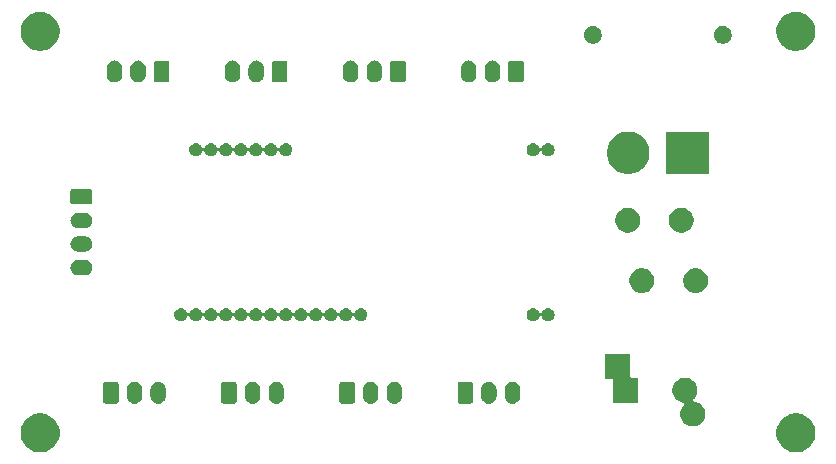
<source format=gts>
G04 #@! TF.GenerationSoftware,KiCad,Pcbnew,(5.1.5)-3*
G04 #@! TF.CreationDate,2020-11-13T22:42:08+09:00*
G04 #@! TF.ProjectId,shield_servo_adc_sw_gpio_led,73686965-6c64-45f7-9365-72766f5f6164,rev?*
G04 #@! TF.SameCoordinates,PXb532b80PY717cbc0*
G04 #@! TF.FileFunction,Soldermask,Top*
G04 #@! TF.FilePolarity,Negative*
%FSLAX46Y46*%
G04 Gerber Fmt 4.6, Leading zero omitted, Abs format (unit mm)*
G04 Created by KiCad (PCBNEW (5.1.5)-3) date 2020-11-13 22:42:08*
%MOMM*%
%LPD*%
G04 APERTURE LIST*
%ADD10C,0.100000*%
G04 APERTURE END LIST*
D10*
G36*
X67375256Y-35391298D02*
G01*
X67481579Y-35412447D01*
X67782042Y-35536903D01*
X68052451Y-35717585D01*
X68282415Y-35947549D01*
X68463097Y-36217958D01*
X68587553Y-36518421D01*
X68651000Y-36837391D01*
X68651000Y-37162609D01*
X68587553Y-37481579D01*
X68463097Y-37782042D01*
X68282415Y-38052451D01*
X68052451Y-38282415D01*
X67782042Y-38463097D01*
X67481579Y-38587553D01*
X67375256Y-38608702D01*
X67162611Y-38651000D01*
X66837389Y-38651000D01*
X66624744Y-38608702D01*
X66518421Y-38587553D01*
X66217958Y-38463097D01*
X65947549Y-38282415D01*
X65717585Y-38052451D01*
X65536903Y-37782042D01*
X65412447Y-37481579D01*
X65349000Y-37162609D01*
X65349000Y-36837391D01*
X65412447Y-36518421D01*
X65536903Y-36217958D01*
X65717585Y-35947549D01*
X65947549Y-35717585D01*
X66217958Y-35536903D01*
X66518421Y-35412447D01*
X66624744Y-35391298D01*
X66837389Y-35349000D01*
X67162611Y-35349000D01*
X67375256Y-35391298D01*
G37*
G36*
X3375256Y-35391298D02*
G01*
X3481579Y-35412447D01*
X3782042Y-35536903D01*
X4052451Y-35717585D01*
X4282415Y-35947549D01*
X4463097Y-36217958D01*
X4587553Y-36518421D01*
X4651000Y-36837391D01*
X4651000Y-37162609D01*
X4587553Y-37481579D01*
X4463097Y-37782042D01*
X4282415Y-38052451D01*
X4052451Y-38282415D01*
X3782042Y-38463097D01*
X3481579Y-38587553D01*
X3375256Y-38608702D01*
X3162611Y-38651000D01*
X2837389Y-38651000D01*
X2624744Y-38608702D01*
X2518421Y-38587553D01*
X2217958Y-38463097D01*
X1947549Y-38282415D01*
X1717585Y-38052451D01*
X1536903Y-37782042D01*
X1412447Y-37481579D01*
X1349000Y-37162609D01*
X1349000Y-36837391D01*
X1412447Y-36518421D01*
X1536903Y-36217958D01*
X1717585Y-35947549D01*
X1947549Y-35717585D01*
X2217958Y-35536903D01*
X2518421Y-35412447D01*
X2624744Y-35391298D01*
X2837389Y-35349000D01*
X3162611Y-35349000D01*
X3375256Y-35391298D01*
G37*
G36*
X57906564Y-32389389D02*
G01*
X58097833Y-32468615D01*
X58097835Y-32468616D01*
X58269973Y-32583635D01*
X58416365Y-32730027D01*
X58504845Y-32862446D01*
X58531385Y-32902167D01*
X58610611Y-33093436D01*
X58651000Y-33296484D01*
X58651000Y-33503516D01*
X58610611Y-33706564D01*
X58531385Y-33897833D01*
X58531384Y-33897835D01*
X58461370Y-34002618D01*
X58416365Y-34069973D01*
X58342240Y-34144098D01*
X58326695Y-34163040D01*
X58315144Y-34184651D01*
X58308031Y-34208100D01*
X58305629Y-34232486D01*
X58308031Y-34256872D01*
X58315144Y-34280321D01*
X58326695Y-34301932D01*
X58342240Y-34320874D01*
X58361182Y-34336419D01*
X58382793Y-34347970D01*
X58406242Y-34355083D01*
X58578708Y-34389389D01*
X58767239Y-34467481D01*
X58769979Y-34468616D01*
X58814057Y-34498068D01*
X58942117Y-34583635D01*
X59088509Y-34730027D01*
X59203529Y-34902167D01*
X59282755Y-35093436D01*
X59323144Y-35296484D01*
X59323144Y-35503516D01*
X59282755Y-35706564D01*
X59203529Y-35897833D01*
X59203528Y-35897835D01*
X59088509Y-36069973D01*
X58942117Y-36216365D01*
X58769979Y-36331384D01*
X58769978Y-36331385D01*
X58769977Y-36331385D01*
X58578708Y-36410611D01*
X58375660Y-36451000D01*
X58168628Y-36451000D01*
X57965580Y-36410611D01*
X57774311Y-36331385D01*
X57774310Y-36331385D01*
X57774309Y-36331384D01*
X57602171Y-36216365D01*
X57455779Y-36069973D01*
X57340760Y-35897835D01*
X57340759Y-35897833D01*
X57261533Y-35706564D01*
X57221144Y-35503516D01*
X57221144Y-35296484D01*
X57261533Y-35093436D01*
X57340759Y-34902167D01*
X57455779Y-34730027D01*
X57529904Y-34655902D01*
X57545449Y-34636960D01*
X57557000Y-34615349D01*
X57564113Y-34591900D01*
X57566515Y-34567514D01*
X57564113Y-34543128D01*
X57557000Y-34519679D01*
X57545449Y-34498068D01*
X57529904Y-34479126D01*
X57510962Y-34463581D01*
X57489351Y-34452030D01*
X57465902Y-34444917D01*
X57293436Y-34410611D01*
X57102167Y-34331385D01*
X57102166Y-34331385D01*
X57102165Y-34331384D01*
X56930027Y-34216365D01*
X56783635Y-34069973D01*
X56668616Y-33897835D01*
X56668615Y-33897833D01*
X56589389Y-33706564D01*
X56549000Y-33503516D01*
X56549000Y-33296484D01*
X56589389Y-33093436D01*
X56668615Y-32902167D01*
X56695156Y-32862446D01*
X56783635Y-32730027D01*
X56930027Y-32583635D01*
X57102165Y-32468616D01*
X57102167Y-32468615D01*
X57293436Y-32389389D01*
X57496484Y-32349000D01*
X57703516Y-32349000D01*
X57906564Y-32389389D01*
G37*
G36*
X21127617Y-32683420D02*
G01*
X21208399Y-32707925D01*
X21250335Y-32720646D01*
X21363424Y-32781094D01*
X21462554Y-32862447D01*
X21543906Y-32961575D01*
X21604354Y-33074664D01*
X21610048Y-33093435D01*
X21641580Y-33197382D01*
X21651000Y-33293027D01*
X21651000Y-33906973D01*
X21641580Y-34002618D01*
X21621148Y-34069973D01*
X21604354Y-34125336D01*
X21543906Y-34238425D01*
X21462554Y-34337554D01*
X21363425Y-34418906D01*
X21250336Y-34479354D01*
X21218404Y-34489040D01*
X21127618Y-34516580D01*
X21000000Y-34529149D01*
X20872383Y-34516580D01*
X20781597Y-34489040D01*
X20749665Y-34479354D01*
X20636576Y-34418906D01*
X20537447Y-34337554D01*
X20456096Y-34238427D01*
X20456095Y-34238425D01*
X20415800Y-34163040D01*
X20395645Y-34125333D01*
X20378852Y-34069973D01*
X20358420Y-34002618D01*
X20349000Y-33906973D01*
X20349000Y-33293028D01*
X20358420Y-33197383D01*
X20395645Y-33074669D01*
X20395646Y-33074665D01*
X20456094Y-32961576D01*
X20537447Y-32862446D01*
X20636575Y-32781094D01*
X20749664Y-32720646D01*
X20791600Y-32707925D01*
X20872382Y-32683420D01*
X21000000Y-32670851D01*
X21127617Y-32683420D01*
G37*
G36*
X23127617Y-32683420D02*
G01*
X23208399Y-32707925D01*
X23250335Y-32720646D01*
X23363424Y-32781094D01*
X23462554Y-32862447D01*
X23543906Y-32961575D01*
X23604354Y-33074664D01*
X23610048Y-33093435D01*
X23641580Y-33197382D01*
X23651000Y-33293027D01*
X23651000Y-33906973D01*
X23641580Y-34002618D01*
X23621148Y-34069973D01*
X23604354Y-34125336D01*
X23543906Y-34238425D01*
X23462554Y-34337554D01*
X23363425Y-34418906D01*
X23250336Y-34479354D01*
X23218404Y-34489040D01*
X23127618Y-34516580D01*
X23000000Y-34529149D01*
X22872383Y-34516580D01*
X22781597Y-34489040D01*
X22749665Y-34479354D01*
X22636576Y-34418906D01*
X22537447Y-34337554D01*
X22456096Y-34238427D01*
X22456095Y-34238425D01*
X22415800Y-34163040D01*
X22395645Y-34125333D01*
X22378852Y-34069973D01*
X22358420Y-34002618D01*
X22349000Y-33906973D01*
X22349000Y-33293028D01*
X22358420Y-33197383D01*
X22395645Y-33074669D01*
X22395646Y-33074665D01*
X22456094Y-32961576D01*
X22537447Y-32862446D01*
X22636575Y-32781094D01*
X22749664Y-32720646D01*
X22791600Y-32707925D01*
X22872382Y-32683420D01*
X23000000Y-32670851D01*
X23127617Y-32683420D01*
G37*
G36*
X31127617Y-32683420D02*
G01*
X31208399Y-32707925D01*
X31250335Y-32720646D01*
X31363424Y-32781094D01*
X31462554Y-32862447D01*
X31543906Y-32961575D01*
X31604354Y-33074664D01*
X31610048Y-33093435D01*
X31641580Y-33197382D01*
X31651000Y-33293027D01*
X31651000Y-33906973D01*
X31641580Y-34002618D01*
X31621148Y-34069973D01*
X31604354Y-34125336D01*
X31543906Y-34238425D01*
X31462554Y-34337554D01*
X31363425Y-34418906D01*
X31250336Y-34479354D01*
X31218404Y-34489040D01*
X31127618Y-34516580D01*
X31000000Y-34529149D01*
X30872383Y-34516580D01*
X30781597Y-34489040D01*
X30749665Y-34479354D01*
X30636576Y-34418906D01*
X30537447Y-34337554D01*
X30456096Y-34238427D01*
X30456095Y-34238425D01*
X30415800Y-34163040D01*
X30395645Y-34125333D01*
X30378852Y-34069973D01*
X30358420Y-34002618D01*
X30349000Y-33906973D01*
X30349000Y-33293028D01*
X30358420Y-33197383D01*
X30395645Y-33074669D01*
X30395646Y-33074665D01*
X30456094Y-32961576D01*
X30537447Y-32862446D01*
X30636575Y-32781094D01*
X30749664Y-32720646D01*
X30791600Y-32707925D01*
X30872382Y-32683420D01*
X31000000Y-32670851D01*
X31127617Y-32683420D01*
G37*
G36*
X13127617Y-32683420D02*
G01*
X13208399Y-32707925D01*
X13250335Y-32720646D01*
X13363424Y-32781094D01*
X13462554Y-32862447D01*
X13543906Y-32961575D01*
X13604354Y-33074664D01*
X13610048Y-33093435D01*
X13641580Y-33197382D01*
X13651000Y-33293027D01*
X13651000Y-33906973D01*
X13641580Y-34002618D01*
X13621148Y-34069973D01*
X13604354Y-34125336D01*
X13543906Y-34238425D01*
X13462554Y-34337554D01*
X13363425Y-34418906D01*
X13250336Y-34479354D01*
X13218404Y-34489040D01*
X13127618Y-34516580D01*
X13000000Y-34529149D01*
X12872383Y-34516580D01*
X12781597Y-34489040D01*
X12749665Y-34479354D01*
X12636576Y-34418906D01*
X12537447Y-34337554D01*
X12456096Y-34238427D01*
X12456095Y-34238425D01*
X12415800Y-34163040D01*
X12395645Y-34125333D01*
X12378852Y-34069973D01*
X12358420Y-34002618D01*
X12349000Y-33906973D01*
X12349000Y-33293028D01*
X12358420Y-33197383D01*
X12395645Y-33074669D01*
X12395646Y-33074665D01*
X12456094Y-32961576D01*
X12537447Y-32862446D01*
X12636575Y-32781094D01*
X12749664Y-32720646D01*
X12791600Y-32707925D01*
X12872382Y-32683420D01*
X13000000Y-32670851D01*
X13127617Y-32683420D01*
G37*
G36*
X11127617Y-32683420D02*
G01*
X11208399Y-32707925D01*
X11250335Y-32720646D01*
X11363424Y-32781094D01*
X11462554Y-32862447D01*
X11543906Y-32961575D01*
X11604354Y-33074664D01*
X11610048Y-33093435D01*
X11641580Y-33197382D01*
X11651000Y-33293027D01*
X11651000Y-33906973D01*
X11641580Y-34002618D01*
X11621148Y-34069973D01*
X11604354Y-34125336D01*
X11543906Y-34238425D01*
X11462554Y-34337554D01*
X11363425Y-34418906D01*
X11250336Y-34479354D01*
X11218404Y-34489040D01*
X11127618Y-34516580D01*
X11000000Y-34529149D01*
X10872383Y-34516580D01*
X10781597Y-34489040D01*
X10749665Y-34479354D01*
X10636576Y-34418906D01*
X10537447Y-34337554D01*
X10456096Y-34238427D01*
X10456095Y-34238425D01*
X10415800Y-34163040D01*
X10395645Y-34125333D01*
X10378852Y-34069973D01*
X10358420Y-34002618D01*
X10349000Y-33906973D01*
X10349000Y-33293028D01*
X10358420Y-33197383D01*
X10395645Y-33074669D01*
X10395646Y-33074665D01*
X10456094Y-32961576D01*
X10537447Y-32862446D01*
X10636575Y-32781094D01*
X10749664Y-32720646D01*
X10791600Y-32707925D01*
X10872382Y-32683420D01*
X11000000Y-32670851D01*
X11127617Y-32683420D01*
G37*
G36*
X33127617Y-32683420D02*
G01*
X33208399Y-32707925D01*
X33250335Y-32720646D01*
X33363424Y-32781094D01*
X33462554Y-32862447D01*
X33543906Y-32961575D01*
X33604354Y-33074664D01*
X33610048Y-33093435D01*
X33641580Y-33197382D01*
X33651000Y-33293027D01*
X33651000Y-33906973D01*
X33641580Y-34002618D01*
X33621148Y-34069973D01*
X33604354Y-34125336D01*
X33543906Y-34238425D01*
X33462554Y-34337554D01*
X33363425Y-34418906D01*
X33250336Y-34479354D01*
X33218404Y-34489040D01*
X33127618Y-34516580D01*
X33000000Y-34529149D01*
X32872383Y-34516580D01*
X32781597Y-34489040D01*
X32749665Y-34479354D01*
X32636576Y-34418906D01*
X32537447Y-34337554D01*
X32456096Y-34238427D01*
X32456095Y-34238425D01*
X32415800Y-34163040D01*
X32395645Y-34125333D01*
X32378852Y-34069973D01*
X32358420Y-34002618D01*
X32349000Y-33906973D01*
X32349000Y-33293028D01*
X32358420Y-33197383D01*
X32395645Y-33074669D01*
X32395646Y-33074665D01*
X32456094Y-32961576D01*
X32537447Y-32862446D01*
X32636575Y-32781094D01*
X32749664Y-32720646D01*
X32791600Y-32707925D01*
X32872382Y-32683420D01*
X33000000Y-32670851D01*
X33127617Y-32683420D01*
G37*
G36*
X41127617Y-32683420D02*
G01*
X41208399Y-32707925D01*
X41250335Y-32720646D01*
X41363424Y-32781094D01*
X41462554Y-32862447D01*
X41543906Y-32961575D01*
X41604354Y-33074664D01*
X41610048Y-33093435D01*
X41641580Y-33197382D01*
X41651000Y-33293027D01*
X41651000Y-33906973D01*
X41641580Y-34002618D01*
X41621148Y-34069973D01*
X41604354Y-34125336D01*
X41543906Y-34238425D01*
X41462554Y-34337554D01*
X41363425Y-34418906D01*
X41250336Y-34479354D01*
X41218404Y-34489040D01*
X41127618Y-34516580D01*
X41000000Y-34529149D01*
X40872383Y-34516580D01*
X40781597Y-34489040D01*
X40749665Y-34479354D01*
X40636576Y-34418906D01*
X40537447Y-34337554D01*
X40456096Y-34238427D01*
X40456095Y-34238425D01*
X40415800Y-34163040D01*
X40395645Y-34125333D01*
X40378852Y-34069973D01*
X40358420Y-34002618D01*
X40349000Y-33906973D01*
X40349000Y-33293028D01*
X40358420Y-33197383D01*
X40395645Y-33074669D01*
X40395646Y-33074665D01*
X40456094Y-32961576D01*
X40537447Y-32862446D01*
X40636575Y-32781094D01*
X40749664Y-32720646D01*
X40791600Y-32707925D01*
X40872382Y-32683420D01*
X41000000Y-32670851D01*
X41127617Y-32683420D01*
G37*
G36*
X43127617Y-32683420D02*
G01*
X43208399Y-32707925D01*
X43250335Y-32720646D01*
X43363424Y-32781094D01*
X43462554Y-32862447D01*
X43543906Y-32961575D01*
X43604354Y-33074664D01*
X43610048Y-33093435D01*
X43641580Y-33197382D01*
X43651000Y-33293027D01*
X43651000Y-33906973D01*
X43641580Y-34002618D01*
X43621148Y-34069973D01*
X43604354Y-34125336D01*
X43543906Y-34238425D01*
X43462554Y-34337554D01*
X43363425Y-34418906D01*
X43250336Y-34479354D01*
X43218404Y-34489040D01*
X43127618Y-34516580D01*
X43000000Y-34529149D01*
X42872383Y-34516580D01*
X42781597Y-34489040D01*
X42749665Y-34479354D01*
X42636576Y-34418906D01*
X42537447Y-34337554D01*
X42456096Y-34238427D01*
X42456095Y-34238425D01*
X42415800Y-34163040D01*
X42395645Y-34125333D01*
X42378852Y-34069973D01*
X42358420Y-34002618D01*
X42349000Y-33906973D01*
X42349000Y-33293028D01*
X42358420Y-33197383D01*
X42395645Y-33074669D01*
X42395646Y-33074665D01*
X42456094Y-32961576D01*
X42537447Y-32862446D01*
X42636575Y-32781094D01*
X42749664Y-32720646D01*
X42791600Y-32707925D01*
X42872382Y-32683420D01*
X43000000Y-32670851D01*
X43127617Y-32683420D01*
G37*
G36*
X39491242Y-32678404D02*
G01*
X39528337Y-32689657D01*
X39562515Y-32707925D01*
X39592481Y-32732519D01*
X39617075Y-32762485D01*
X39635343Y-32796663D01*
X39646596Y-32833758D01*
X39651000Y-32878474D01*
X39651000Y-34321526D01*
X39646596Y-34366242D01*
X39635343Y-34403337D01*
X39617075Y-34437515D01*
X39592481Y-34467481D01*
X39562515Y-34492075D01*
X39528337Y-34510343D01*
X39491242Y-34521596D01*
X39446526Y-34526000D01*
X38553474Y-34526000D01*
X38508758Y-34521596D01*
X38471663Y-34510343D01*
X38437485Y-34492075D01*
X38407519Y-34467481D01*
X38382925Y-34437515D01*
X38364657Y-34403337D01*
X38353404Y-34366242D01*
X38349000Y-34321526D01*
X38349000Y-32878474D01*
X38353404Y-32833758D01*
X38364657Y-32796663D01*
X38382925Y-32762485D01*
X38407519Y-32732519D01*
X38437485Y-32707925D01*
X38471663Y-32689657D01*
X38508758Y-32678404D01*
X38553474Y-32674000D01*
X39446526Y-32674000D01*
X39491242Y-32678404D01*
G37*
G36*
X19491242Y-32678404D02*
G01*
X19528337Y-32689657D01*
X19562515Y-32707925D01*
X19592481Y-32732519D01*
X19617075Y-32762485D01*
X19635343Y-32796663D01*
X19646596Y-32833758D01*
X19651000Y-32878474D01*
X19651000Y-34321526D01*
X19646596Y-34366242D01*
X19635343Y-34403337D01*
X19617075Y-34437515D01*
X19592481Y-34467481D01*
X19562515Y-34492075D01*
X19528337Y-34510343D01*
X19491242Y-34521596D01*
X19446526Y-34526000D01*
X18553474Y-34526000D01*
X18508758Y-34521596D01*
X18471663Y-34510343D01*
X18437485Y-34492075D01*
X18407519Y-34467481D01*
X18382925Y-34437515D01*
X18364657Y-34403337D01*
X18353404Y-34366242D01*
X18349000Y-34321526D01*
X18349000Y-32878474D01*
X18353404Y-32833758D01*
X18364657Y-32796663D01*
X18382925Y-32762485D01*
X18407519Y-32732519D01*
X18437485Y-32707925D01*
X18471663Y-32689657D01*
X18508758Y-32678404D01*
X18553474Y-32674000D01*
X19446526Y-32674000D01*
X19491242Y-32678404D01*
G37*
G36*
X29491242Y-32678404D02*
G01*
X29528337Y-32689657D01*
X29562515Y-32707925D01*
X29592481Y-32732519D01*
X29617075Y-32762485D01*
X29635343Y-32796663D01*
X29646596Y-32833758D01*
X29651000Y-32878474D01*
X29651000Y-34321526D01*
X29646596Y-34366242D01*
X29635343Y-34403337D01*
X29617075Y-34437515D01*
X29592481Y-34467481D01*
X29562515Y-34492075D01*
X29528337Y-34510343D01*
X29491242Y-34521596D01*
X29446526Y-34526000D01*
X28553474Y-34526000D01*
X28508758Y-34521596D01*
X28471663Y-34510343D01*
X28437485Y-34492075D01*
X28407519Y-34467481D01*
X28382925Y-34437515D01*
X28364657Y-34403337D01*
X28353404Y-34366242D01*
X28349000Y-34321526D01*
X28349000Y-32878474D01*
X28353404Y-32833758D01*
X28364657Y-32796663D01*
X28382925Y-32762485D01*
X28407519Y-32732519D01*
X28437485Y-32707925D01*
X28471663Y-32689657D01*
X28508758Y-32678404D01*
X28553474Y-32674000D01*
X29446526Y-32674000D01*
X29491242Y-32678404D01*
G37*
G36*
X9491242Y-32678404D02*
G01*
X9528337Y-32689657D01*
X9562515Y-32707925D01*
X9592481Y-32732519D01*
X9617075Y-32762485D01*
X9635343Y-32796663D01*
X9646596Y-32833758D01*
X9651000Y-32878474D01*
X9651000Y-34321526D01*
X9646596Y-34366242D01*
X9635343Y-34403337D01*
X9617075Y-34437515D01*
X9592481Y-34467481D01*
X9562515Y-34492075D01*
X9528337Y-34510343D01*
X9491242Y-34521596D01*
X9446526Y-34526000D01*
X8553474Y-34526000D01*
X8508758Y-34521596D01*
X8471663Y-34510343D01*
X8437485Y-34492075D01*
X8407519Y-34467481D01*
X8382925Y-34437515D01*
X8364657Y-34403337D01*
X8353404Y-34366242D01*
X8349000Y-34321526D01*
X8349000Y-32878474D01*
X8353404Y-32833758D01*
X8364657Y-32796663D01*
X8382925Y-32762485D01*
X8407519Y-32732519D01*
X8437485Y-32707925D01*
X8471663Y-32689657D01*
X8508758Y-32678404D01*
X8553474Y-32674000D01*
X9446526Y-32674000D01*
X9491242Y-32678404D01*
G37*
G36*
X52978856Y-32224001D02*
G01*
X52981258Y-32248387D01*
X52988371Y-32271836D01*
X52999922Y-32293447D01*
X53015467Y-32312389D01*
X53034409Y-32327934D01*
X53056020Y-32339485D01*
X53079469Y-32346598D01*
X53103855Y-32349000D01*
X53651000Y-32349000D01*
X53651000Y-34451000D01*
X51549000Y-34451000D01*
X51549000Y-32575999D01*
X51546598Y-32551613D01*
X51539485Y-32528164D01*
X51527934Y-32506553D01*
X51512389Y-32487611D01*
X51493447Y-32472066D01*
X51471836Y-32460515D01*
X51448387Y-32453402D01*
X51424001Y-32451000D01*
X50876856Y-32451000D01*
X50876856Y-30349000D01*
X52978856Y-30349000D01*
X52978856Y-32224001D01*
G37*
G36*
X44915721Y-26455174D02*
G01*
X45015995Y-26496709D01*
X45015996Y-26496710D01*
X45106242Y-26557010D01*
X45182990Y-26633758D01*
X45182991Y-26633760D01*
X45243291Y-26724005D01*
X45274516Y-26799389D01*
X45286067Y-26821000D01*
X45301612Y-26839941D01*
X45320554Y-26855487D01*
X45342165Y-26867038D01*
X45365614Y-26874151D01*
X45390000Y-26876553D01*
X45414386Y-26874151D01*
X45437835Y-26867038D01*
X45459446Y-26855487D01*
X45478387Y-26839942D01*
X45493933Y-26821000D01*
X45505484Y-26799389D01*
X45536709Y-26724005D01*
X45597009Y-26633760D01*
X45597010Y-26633758D01*
X45673758Y-26557010D01*
X45764004Y-26496710D01*
X45764005Y-26496709D01*
X45864279Y-26455174D01*
X45970730Y-26434000D01*
X46079270Y-26434000D01*
X46185721Y-26455174D01*
X46285995Y-26496709D01*
X46285996Y-26496710D01*
X46376242Y-26557010D01*
X46452990Y-26633758D01*
X46452991Y-26633760D01*
X46513291Y-26724005D01*
X46554826Y-26824279D01*
X46576000Y-26930730D01*
X46576000Y-27039270D01*
X46554826Y-27145721D01*
X46513291Y-27245995D01*
X46513290Y-27245996D01*
X46452990Y-27336242D01*
X46376242Y-27412990D01*
X46330812Y-27443345D01*
X46285995Y-27473291D01*
X46185721Y-27514826D01*
X46079270Y-27536000D01*
X45970730Y-27536000D01*
X45864279Y-27514826D01*
X45764005Y-27473291D01*
X45719188Y-27443345D01*
X45673758Y-27412990D01*
X45597010Y-27336242D01*
X45536710Y-27245996D01*
X45536709Y-27245995D01*
X45505484Y-27170611D01*
X45493933Y-27149000D01*
X45478388Y-27130059D01*
X45459446Y-27114513D01*
X45437835Y-27102962D01*
X45414386Y-27095849D01*
X45390000Y-27093447D01*
X45365614Y-27095849D01*
X45342165Y-27102962D01*
X45320554Y-27114513D01*
X45301613Y-27130058D01*
X45286067Y-27149000D01*
X45274516Y-27170611D01*
X45243291Y-27245995D01*
X45243290Y-27245996D01*
X45182990Y-27336242D01*
X45106242Y-27412990D01*
X45060812Y-27443345D01*
X45015995Y-27473291D01*
X44915721Y-27514826D01*
X44809270Y-27536000D01*
X44700730Y-27536000D01*
X44594279Y-27514826D01*
X44494005Y-27473291D01*
X44449188Y-27443345D01*
X44403758Y-27412990D01*
X44327010Y-27336242D01*
X44266710Y-27245996D01*
X44266709Y-27245995D01*
X44225174Y-27145721D01*
X44204000Y-27039270D01*
X44204000Y-26930730D01*
X44225174Y-26824279D01*
X44266709Y-26724005D01*
X44327009Y-26633760D01*
X44327010Y-26633758D01*
X44403758Y-26557010D01*
X44494004Y-26496710D01*
X44494005Y-26496709D01*
X44594279Y-26455174D01*
X44700730Y-26434000D01*
X44809270Y-26434000D01*
X44915721Y-26455174D01*
G37*
G36*
X15070721Y-26455174D02*
G01*
X15170995Y-26496709D01*
X15170996Y-26496710D01*
X15261242Y-26557010D01*
X15337990Y-26633758D01*
X15337991Y-26633760D01*
X15398291Y-26724005D01*
X15429516Y-26799389D01*
X15441067Y-26821000D01*
X15456612Y-26839941D01*
X15475554Y-26855487D01*
X15497165Y-26867038D01*
X15520614Y-26874151D01*
X15545000Y-26876553D01*
X15569386Y-26874151D01*
X15592835Y-26867038D01*
X15614446Y-26855487D01*
X15633387Y-26839942D01*
X15648933Y-26821000D01*
X15660484Y-26799389D01*
X15691709Y-26724005D01*
X15752009Y-26633760D01*
X15752010Y-26633758D01*
X15828758Y-26557010D01*
X15919004Y-26496710D01*
X15919005Y-26496709D01*
X16019279Y-26455174D01*
X16125730Y-26434000D01*
X16234270Y-26434000D01*
X16340721Y-26455174D01*
X16440995Y-26496709D01*
X16440996Y-26496710D01*
X16531242Y-26557010D01*
X16607990Y-26633758D01*
X16607991Y-26633760D01*
X16668291Y-26724005D01*
X16699516Y-26799389D01*
X16711067Y-26821000D01*
X16726612Y-26839941D01*
X16745554Y-26855487D01*
X16767165Y-26867038D01*
X16790614Y-26874151D01*
X16815000Y-26876553D01*
X16839386Y-26874151D01*
X16862835Y-26867038D01*
X16884446Y-26855487D01*
X16903387Y-26839942D01*
X16918933Y-26821000D01*
X16930484Y-26799389D01*
X16961709Y-26724005D01*
X17022009Y-26633760D01*
X17022010Y-26633758D01*
X17098758Y-26557010D01*
X17189004Y-26496710D01*
X17189005Y-26496709D01*
X17289279Y-26455174D01*
X17395730Y-26434000D01*
X17504270Y-26434000D01*
X17610721Y-26455174D01*
X17710995Y-26496709D01*
X17710996Y-26496710D01*
X17801242Y-26557010D01*
X17877990Y-26633758D01*
X17877991Y-26633760D01*
X17938291Y-26724005D01*
X17969516Y-26799389D01*
X17981067Y-26821000D01*
X17996612Y-26839941D01*
X18015554Y-26855487D01*
X18037165Y-26867038D01*
X18060614Y-26874151D01*
X18085000Y-26876553D01*
X18109386Y-26874151D01*
X18132835Y-26867038D01*
X18154446Y-26855487D01*
X18173387Y-26839942D01*
X18188933Y-26821000D01*
X18200484Y-26799389D01*
X18231709Y-26724005D01*
X18292009Y-26633760D01*
X18292010Y-26633758D01*
X18368758Y-26557010D01*
X18459004Y-26496710D01*
X18459005Y-26496709D01*
X18559279Y-26455174D01*
X18665730Y-26434000D01*
X18774270Y-26434000D01*
X18880721Y-26455174D01*
X18980995Y-26496709D01*
X18980996Y-26496710D01*
X19071242Y-26557010D01*
X19147990Y-26633758D01*
X19147991Y-26633760D01*
X19208291Y-26724005D01*
X19239516Y-26799389D01*
X19251067Y-26821000D01*
X19266612Y-26839941D01*
X19285554Y-26855487D01*
X19307165Y-26867038D01*
X19330614Y-26874151D01*
X19355000Y-26876553D01*
X19379386Y-26874151D01*
X19402835Y-26867038D01*
X19424446Y-26855487D01*
X19443387Y-26839942D01*
X19458933Y-26821000D01*
X19470484Y-26799389D01*
X19501709Y-26724005D01*
X19562009Y-26633760D01*
X19562010Y-26633758D01*
X19638758Y-26557010D01*
X19729004Y-26496710D01*
X19729005Y-26496709D01*
X19829279Y-26455174D01*
X19935730Y-26434000D01*
X20044270Y-26434000D01*
X20150721Y-26455174D01*
X20250995Y-26496709D01*
X20250996Y-26496710D01*
X20341242Y-26557010D01*
X20417990Y-26633758D01*
X20417991Y-26633760D01*
X20478291Y-26724005D01*
X20509516Y-26799389D01*
X20521067Y-26821000D01*
X20536612Y-26839941D01*
X20555554Y-26855487D01*
X20577165Y-26867038D01*
X20600614Y-26874151D01*
X20625000Y-26876553D01*
X20649386Y-26874151D01*
X20672835Y-26867038D01*
X20694446Y-26855487D01*
X20713387Y-26839942D01*
X20728933Y-26821000D01*
X20740484Y-26799389D01*
X20771709Y-26724005D01*
X20832009Y-26633760D01*
X20832010Y-26633758D01*
X20908758Y-26557010D01*
X20999004Y-26496710D01*
X20999005Y-26496709D01*
X21099279Y-26455174D01*
X21205730Y-26434000D01*
X21314270Y-26434000D01*
X21420721Y-26455174D01*
X21520995Y-26496709D01*
X21520996Y-26496710D01*
X21611242Y-26557010D01*
X21687990Y-26633758D01*
X21687991Y-26633760D01*
X21748291Y-26724005D01*
X21779516Y-26799389D01*
X21791067Y-26821000D01*
X21806612Y-26839941D01*
X21825554Y-26855487D01*
X21847165Y-26867038D01*
X21870614Y-26874151D01*
X21895000Y-26876553D01*
X21919386Y-26874151D01*
X21942835Y-26867038D01*
X21964446Y-26855487D01*
X21983387Y-26839942D01*
X21998933Y-26821000D01*
X22010484Y-26799389D01*
X22041709Y-26724005D01*
X22102009Y-26633760D01*
X22102010Y-26633758D01*
X22178758Y-26557010D01*
X22269004Y-26496710D01*
X22269005Y-26496709D01*
X22369279Y-26455174D01*
X22475730Y-26434000D01*
X22584270Y-26434000D01*
X22690721Y-26455174D01*
X22790995Y-26496709D01*
X22790996Y-26496710D01*
X22881242Y-26557010D01*
X22957990Y-26633758D01*
X22957991Y-26633760D01*
X23018291Y-26724005D01*
X23049516Y-26799389D01*
X23061067Y-26821000D01*
X23076612Y-26839941D01*
X23095554Y-26855487D01*
X23117165Y-26867038D01*
X23140614Y-26874151D01*
X23165000Y-26876553D01*
X23189386Y-26874151D01*
X23212835Y-26867038D01*
X23234446Y-26855487D01*
X23253387Y-26839942D01*
X23268933Y-26821000D01*
X23280484Y-26799389D01*
X23311709Y-26724005D01*
X23372009Y-26633760D01*
X23372010Y-26633758D01*
X23448758Y-26557010D01*
X23539004Y-26496710D01*
X23539005Y-26496709D01*
X23639279Y-26455174D01*
X23745730Y-26434000D01*
X23854270Y-26434000D01*
X23960721Y-26455174D01*
X24060995Y-26496709D01*
X24060996Y-26496710D01*
X24151242Y-26557010D01*
X24227990Y-26633758D01*
X24227991Y-26633760D01*
X24288291Y-26724005D01*
X24319516Y-26799389D01*
X24331067Y-26821000D01*
X24346612Y-26839941D01*
X24365554Y-26855487D01*
X24387165Y-26867038D01*
X24410614Y-26874151D01*
X24435000Y-26876553D01*
X24459386Y-26874151D01*
X24482835Y-26867038D01*
X24504446Y-26855487D01*
X24523387Y-26839942D01*
X24538933Y-26821000D01*
X24550484Y-26799389D01*
X24581709Y-26724005D01*
X24642009Y-26633760D01*
X24642010Y-26633758D01*
X24718758Y-26557010D01*
X24809004Y-26496710D01*
X24809005Y-26496709D01*
X24909279Y-26455174D01*
X25015730Y-26434000D01*
X25124270Y-26434000D01*
X25230721Y-26455174D01*
X25330995Y-26496709D01*
X25330996Y-26496710D01*
X25421242Y-26557010D01*
X25497990Y-26633758D01*
X25497991Y-26633760D01*
X25558291Y-26724005D01*
X25589516Y-26799389D01*
X25601067Y-26821000D01*
X25616612Y-26839941D01*
X25635554Y-26855487D01*
X25657165Y-26867038D01*
X25680614Y-26874151D01*
X25705000Y-26876553D01*
X25729386Y-26874151D01*
X25752835Y-26867038D01*
X25774446Y-26855487D01*
X25793387Y-26839942D01*
X25808933Y-26821000D01*
X25820484Y-26799389D01*
X25851709Y-26724005D01*
X25912009Y-26633760D01*
X25912010Y-26633758D01*
X25988758Y-26557010D01*
X26079004Y-26496710D01*
X26079005Y-26496709D01*
X26179279Y-26455174D01*
X26285730Y-26434000D01*
X26394270Y-26434000D01*
X26500721Y-26455174D01*
X26600995Y-26496709D01*
X26600996Y-26496710D01*
X26691242Y-26557010D01*
X26767990Y-26633758D01*
X26767991Y-26633760D01*
X26828291Y-26724005D01*
X26859516Y-26799389D01*
X26871067Y-26821000D01*
X26886612Y-26839941D01*
X26905554Y-26855487D01*
X26927165Y-26867038D01*
X26950614Y-26874151D01*
X26975000Y-26876553D01*
X26999386Y-26874151D01*
X27022835Y-26867038D01*
X27044446Y-26855487D01*
X27063387Y-26839942D01*
X27078933Y-26821000D01*
X27090484Y-26799389D01*
X27121709Y-26724005D01*
X27182009Y-26633760D01*
X27182010Y-26633758D01*
X27258758Y-26557010D01*
X27349004Y-26496710D01*
X27349005Y-26496709D01*
X27449279Y-26455174D01*
X27555730Y-26434000D01*
X27664270Y-26434000D01*
X27770721Y-26455174D01*
X27870995Y-26496709D01*
X27870996Y-26496710D01*
X27961242Y-26557010D01*
X28037990Y-26633758D01*
X28037991Y-26633760D01*
X28098291Y-26724005D01*
X28129516Y-26799389D01*
X28141067Y-26821000D01*
X28156612Y-26839941D01*
X28175554Y-26855487D01*
X28197165Y-26867038D01*
X28220614Y-26874151D01*
X28245000Y-26876553D01*
X28269386Y-26874151D01*
X28292835Y-26867038D01*
X28314446Y-26855487D01*
X28333387Y-26839942D01*
X28348933Y-26821000D01*
X28360484Y-26799389D01*
X28391709Y-26724005D01*
X28452009Y-26633760D01*
X28452010Y-26633758D01*
X28528758Y-26557010D01*
X28619004Y-26496710D01*
X28619005Y-26496709D01*
X28719279Y-26455174D01*
X28825730Y-26434000D01*
X28934270Y-26434000D01*
X29040721Y-26455174D01*
X29140995Y-26496709D01*
X29140996Y-26496710D01*
X29231242Y-26557010D01*
X29307990Y-26633758D01*
X29307991Y-26633760D01*
X29368291Y-26724005D01*
X29399516Y-26799389D01*
X29411067Y-26821000D01*
X29426612Y-26839941D01*
X29445554Y-26855487D01*
X29467165Y-26867038D01*
X29490614Y-26874151D01*
X29515000Y-26876553D01*
X29539386Y-26874151D01*
X29562835Y-26867038D01*
X29584446Y-26855487D01*
X29603387Y-26839942D01*
X29618933Y-26821000D01*
X29630484Y-26799389D01*
X29661709Y-26724005D01*
X29722009Y-26633760D01*
X29722010Y-26633758D01*
X29798758Y-26557010D01*
X29889004Y-26496710D01*
X29889005Y-26496709D01*
X29989279Y-26455174D01*
X30095730Y-26434000D01*
X30204270Y-26434000D01*
X30310721Y-26455174D01*
X30410995Y-26496709D01*
X30410996Y-26496710D01*
X30501242Y-26557010D01*
X30577990Y-26633758D01*
X30577991Y-26633760D01*
X30638291Y-26724005D01*
X30679826Y-26824279D01*
X30701000Y-26930730D01*
X30701000Y-27039270D01*
X30679826Y-27145721D01*
X30638291Y-27245995D01*
X30638290Y-27245996D01*
X30577990Y-27336242D01*
X30501242Y-27412990D01*
X30455812Y-27443345D01*
X30410995Y-27473291D01*
X30310721Y-27514826D01*
X30204270Y-27536000D01*
X30095730Y-27536000D01*
X29989279Y-27514826D01*
X29889005Y-27473291D01*
X29844188Y-27443345D01*
X29798758Y-27412990D01*
X29722010Y-27336242D01*
X29661710Y-27245996D01*
X29661709Y-27245995D01*
X29630484Y-27170611D01*
X29618933Y-27149000D01*
X29603388Y-27130059D01*
X29584446Y-27114513D01*
X29562835Y-27102962D01*
X29539386Y-27095849D01*
X29515000Y-27093447D01*
X29490614Y-27095849D01*
X29467165Y-27102962D01*
X29445554Y-27114513D01*
X29426613Y-27130058D01*
X29411067Y-27149000D01*
X29399516Y-27170611D01*
X29368291Y-27245995D01*
X29368290Y-27245996D01*
X29307990Y-27336242D01*
X29231242Y-27412990D01*
X29185812Y-27443345D01*
X29140995Y-27473291D01*
X29040721Y-27514826D01*
X28934270Y-27536000D01*
X28825730Y-27536000D01*
X28719279Y-27514826D01*
X28619005Y-27473291D01*
X28574188Y-27443345D01*
X28528758Y-27412990D01*
X28452010Y-27336242D01*
X28391710Y-27245996D01*
X28391709Y-27245995D01*
X28360484Y-27170611D01*
X28348933Y-27149000D01*
X28333388Y-27130059D01*
X28314446Y-27114513D01*
X28292835Y-27102962D01*
X28269386Y-27095849D01*
X28245000Y-27093447D01*
X28220614Y-27095849D01*
X28197165Y-27102962D01*
X28175554Y-27114513D01*
X28156613Y-27130058D01*
X28141067Y-27149000D01*
X28129516Y-27170611D01*
X28098291Y-27245995D01*
X28098290Y-27245996D01*
X28037990Y-27336242D01*
X27961242Y-27412990D01*
X27915812Y-27443345D01*
X27870995Y-27473291D01*
X27770721Y-27514826D01*
X27664270Y-27536000D01*
X27555730Y-27536000D01*
X27449279Y-27514826D01*
X27349005Y-27473291D01*
X27304188Y-27443345D01*
X27258758Y-27412990D01*
X27182010Y-27336242D01*
X27121710Y-27245996D01*
X27121709Y-27245995D01*
X27090484Y-27170611D01*
X27078933Y-27149000D01*
X27063388Y-27130059D01*
X27044446Y-27114513D01*
X27022835Y-27102962D01*
X26999386Y-27095849D01*
X26975000Y-27093447D01*
X26950614Y-27095849D01*
X26927165Y-27102962D01*
X26905554Y-27114513D01*
X26886613Y-27130058D01*
X26871067Y-27149000D01*
X26859516Y-27170611D01*
X26828291Y-27245995D01*
X26828290Y-27245996D01*
X26767990Y-27336242D01*
X26691242Y-27412990D01*
X26645812Y-27443345D01*
X26600995Y-27473291D01*
X26500721Y-27514826D01*
X26394270Y-27536000D01*
X26285730Y-27536000D01*
X26179279Y-27514826D01*
X26079005Y-27473291D01*
X26034188Y-27443345D01*
X25988758Y-27412990D01*
X25912010Y-27336242D01*
X25851710Y-27245996D01*
X25851709Y-27245995D01*
X25820484Y-27170611D01*
X25808933Y-27149000D01*
X25793388Y-27130059D01*
X25774446Y-27114513D01*
X25752835Y-27102962D01*
X25729386Y-27095849D01*
X25705000Y-27093447D01*
X25680614Y-27095849D01*
X25657165Y-27102962D01*
X25635554Y-27114513D01*
X25616613Y-27130058D01*
X25601067Y-27149000D01*
X25589516Y-27170611D01*
X25558291Y-27245995D01*
X25558290Y-27245996D01*
X25497990Y-27336242D01*
X25421242Y-27412990D01*
X25375812Y-27443345D01*
X25330995Y-27473291D01*
X25230721Y-27514826D01*
X25124270Y-27536000D01*
X25015730Y-27536000D01*
X24909279Y-27514826D01*
X24809005Y-27473291D01*
X24764188Y-27443345D01*
X24718758Y-27412990D01*
X24642010Y-27336242D01*
X24581710Y-27245996D01*
X24581709Y-27245995D01*
X24550484Y-27170611D01*
X24538933Y-27149000D01*
X24523388Y-27130059D01*
X24504446Y-27114513D01*
X24482835Y-27102962D01*
X24459386Y-27095849D01*
X24435000Y-27093447D01*
X24410614Y-27095849D01*
X24387165Y-27102962D01*
X24365554Y-27114513D01*
X24346613Y-27130058D01*
X24331067Y-27149000D01*
X24319516Y-27170611D01*
X24288291Y-27245995D01*
X24288290Y-27245996D01*
X24227990Y-27336242D01*
X24151242Y-27412990D01*
X24105812Y-27443345D01*
X24060995Y-27473291D01*
X23960721Y-27514826D01*
X23854270Y-27536000D01*
X23745730Y-27536000D01*
X23639279Y-27514826D01*
X23539005Y-27473291D01*
X23494188Y-27443345D01*
X23448758Y-27412990D01*
X23372010Y-27336242D01*
X23311710Y-27245996D01*
X23311709Y-27245995D01*
X23280484Y-27170611D01*
X23268933Y-27149000D01*
X23253388Y-27130059D01*
X23234446Y-27114513D01*
X23212835Y-27102962D01*
X23189386Y-27095849D01*
X23165000Y-27093447D01*
X23140614Y-27095849D01*
X23117165Y-27102962D01*
X23095554Y-27114513D01*
X23076613Y-27130058D01*
X23061067Y-27149000D01*
X23049516Y-27170611D01*
X23018291Y-27245995D01*
X23018290Y-27245996D01*
X22957990Y-27336242D01*
X22881242Y-27412990D01*
X22835812Y-27443345D01*
X22790995Y-27473291D01*
X22690721Y-27514826D01*
X22584270Y-27536000D01*
X22475730Y-27536000D01*
X22369279Y-27514826D01*
X22269005Y-27473291D01*
X22224188Y-27443345D01*
X22178758Y-27412990D01*
X22102010Y-27336242D01*
X22041710Y-27245996D01*
X22041709Y-27245995D01*
X22010484Y-27170611D01*
X21998933Y-27149000D01*
X21983388Y-27130059D01*
X21964446Y-27114513D01*
X21942835Y-27102962D01*
X21919386Y-27095849D01*
X21895000Y-27093447D01*
X21870614Y-27095849D01*
X21847165Y-27102962D01*
X21825554Y-27114513D01*
X21806613Y-27130058D01*
X21791067Y-27149000D01*
X21779516Y-27170611D01*
X21748291Y-27245995D01*
X21748290Y-27245996D01*
X21687990Y-27336242D01*
X21611242Y-27412990D01*
X21565812Y-27443345D01*
X21520995Y-27473291D01*
X21420721Y-27514826D01*
X21314270Y-27536000D01*
X21205730Y-27536000D01*
X21099279Y-27514826D01*
X20999005Y-27473291D01*
X20954188Y-27443345D01*
X20908758Y-27412990D01*
X20832010Y-27336242D01*
X20771710Y-27245996D01*
X20771709Y-27245995D01*
X20740484Y-27170611D01*
X20728933Y-27149000D01*
X20713388Y-27130059D01*
X20694446Y-27114513D01*
X20672835Y-27102962D01*
X20649386Y-27095849D01*
X20625000Y-27093447D01*
X20600614Y-27095849D01*
X20577165Y-27102962D01*
X20555554Y-27114513D01*
X20536613Y-27130058D01*
X20521067Y-27149000D01*
X20509516Y-27170611D01*
X20478291Y-27245995D01*
X20478290Y-27245996D01*
X20417990Y-27336242D01*
X20341242Y-27412990D01*
X20295812Y-27443345D01*
X20250995Y-27473291D01*
X20150721Y-27514826D01*
X20044270Y-27536000D01*
X19935730Y-27536000D01*
X19829279Y-27514826D01*
X19729005Y-27473291D01*
X19684188Y-27443345D01*
X19638758Y-27412990D01*
X19562010Y-27336242D01*
X19501710Y-27245996D01*
X19501709Y-27245995D01*
X19470484Y-27170611D01*
X19458933Y-27149000D01*
X19443388Y-27130059D01*
X19424446Y-27114513D01*
X19402835Y-27102962D01*
X19379386Y-27095849D01*
X19355000Y-27093447D01*
X19330614Y-27095849D01*
X19307165Y-27102962D01*
X19285554Y-27114513D01*
X19266613Y-27130058D01*
X19251067Y-27149000D01*
X19239516Y-27170611D01*
X19208291Y-27245995D01*
X19208290Y-27245996D01*
X19147990Y-27336242D01*
X19071242Y-27412990D01*
X19025812Y-27443345D01*
X18980995Y-27473291D01*
X18880721Y-27514826D01*
X18774270Y-27536000D01*
X18665730Y-27536000D01*
X18559279Y-27514826D01*
X18459005Y-27473291D01*
X18414188Y-27443345D01*
X18368758Y-27412990D01*
X18292010Y-27336242D01*
X18231710Y-27245996D01*
X18231709Y-27245995D01*
X18200484Y-27170611D01*
X18188933Y-27149000D01*
X18173388Y-27130059D01*
X18154446Y-27114513D01*
X18132835Y-27102962D01*
X18109386Y-27095849D01*
X18085000Y-27093447D01*
X18060614Y-27095849D01*
X18037165Y-27102962D01*
X18015554Y-27114513D01*
X17996613Y-27130058D01*
X17981067Y-27149000D01*
X17969516Y-27170611D01*
X17938291Y-27245995D01*
X17938290Y-27245996D01*
X17877990Y-27336242D01*
X17801242Y-27412990D01*
X17755812Y-27443345D01*
X17710995Y-27473291D01*
X17610721Y-27514826D01*
X17504270Y-27536000D01*
X17395730Y-27536000D01*
X17289279Y-27514826D01*
X17189005Y-27473291D01*
X17144188Y-27443345D01*
X17098758Y-27412990D01*
X17022010Y-27336242D01*
X16961710Y-27245996D01*
X16961709Y-27245995D01*
X16930484Y-27170611D01*
X16918933Y-27149000D01*
X16903388Y-27130059D01*
X16884446Y-27114513D01*
X16862835Y-27102962D01*
X16839386Y-27095849D01*
X16815000Y-27093447D01*
X16790614Y-27095849D01*
X16767165Y-27102962D01*
X16745554Y-27114513D01*
X16726613Y-27130058D01*
X16711067Y-27149000D01*
X16699516Y-27170611D01*
X16668291Y-27245995D01*
X16668290Y-27245996D01*
X16607990Y-27336242D01*
X16531242Y-27412990D01*
X16485812Y-27443345D01*
X16440995Y-27473291D01*
X16340721Y-27514826D01*
X16234270Y-27536000D01*
X16125730Y-27536000D01*
X16019279Y-27514826D01*
X15919005Y-27473291D01*
X15874188Y-27443345D01*
X15828758Y-27412990D01*
X15752010Y-27336242D01*
X15691710Y-27245996D01*
X15691709Y-27245995D01*
X15660484Y-27170611D01*
X15648933Y-27149000D01*
X15633388Y-27130059D01*
X15614446Y-27114513D01*
X15592835Y-27102962D01*
X15569386Y-27095849D01*
X15545000Y-27093447D01*
X15520614Y-27095849D01*
X15497165Y-27102962D01*
X15475554Y-27114513D01*
X15456613Y-27130058D01*
X15441067Y-27149000D01*
X15429516Y-27170611D01*
X15398291Y-27245995D01*
X15398290Y-27245996D01*
X15337990Y-27336242D01*
X15261242Y-27412990D01*
X15215812Y-27443345D01*
X15170995Y-27473291D01*
X15070721Y-27514826D01*
X14964270Y-27536000D01*
X14855730Y-27536000D01*
X14749279Y-27514826D01*
X14649005Y-27473291D01*
X14604188Y-27443345D01*
X14558758Y-27412990D01*
X14482010Y-27336242D01*
X14421710Y-27245996D01*
X14421709Y-27245995D01*
X14380174Y-27145721D01*
X14359000Y-27039270D01*
X14359000Y-26930730D01*
X14380174Y-26824279D01*
X14421709Y-26724005D01*
X14482009Y-26633760D01*
X14482010Y-26633758D01*
X14558758Y-26557010D01*
X14649004Y-26496710D01*
X14649005Y-26496709D01*
X14749279Y-26455174D01*
X14855730Y-26434000D01*
X14964270Y-26434000D01*
X15070721Y-26455174D01*
G37*
G36*
X54156016Y-23064291D02*
G01*
X54258024Y-23084581D01*
X54450204Y-23164185D01*
X54623161Y-23279751D01*
X54770249Y-23426839D01*
X54885815Y-23599796D01*
X54965419Y-23791976D01*
X55006000Y-23995993D01*
X55006000Y-24204007D01*
X54965419Y-24408024D01*
X54885815Y-24600204D01*
X54770249Y-24773161D01*
X54623161Y-24920249D01*
X54450204Y-25035815D01*
X54258024Y-25115419D01*
X54156016Y-25135709D01*
X54054008Y-25156000D01*
X53845992Y-25156000D01*
X53743984Y-25135709D01*
X53641976Y-25115419D01*
X53449796Y-25035815D01*
X53276839Y-24920249D01*
X53129751Y-24773161D01*
X53014185Y-24600204D01*
X52934581Y-24408024D01*
X52894000Y-24204007D01*
X52894000Y-23995993D01*
X52934581Y-23791976D01*
X53014185Y-23599796D01*
X53129751Y-23426839D01*
X53276839Y-23279751D01*
X53449796Y-23164185D01*
X53641976Y-23084581D01*
X53743984Y-23064291D01*
X53845992Y-23044000D01*
X54054008Y-23044000D01*
X54156016Y-23064291D01*
G37*
G36*
X58706016Y-23064291D02*
G01*
X58808024Y-23084581D01*
X59000204Y-23164185D01*
X59173161Y-23279751D01*
X59320249Y-23426839D01*
X59435815Y-23599796D01*
X59515419Y-23791976D01*
X59556000Y-23995993D01*
X59556000Y-24204007D01*
X59515419Y-24408024D01*
X59435815Y-24600204D01*
X59320249Y-24773161D01*
X59173161Y-24920249D01*
X59000204Y-25035815D01*
X58808024Y-25115419D01*
X58706016Y-25135709D01*
X58604008Y-25156000D01*
X58395992Y-25156000D01*
X58293984Y-25135709D01*
X58191976Y-25115419D01*
X57999796Y-25035815D01*
X57826839Y-24920249D01*
X57679751Y-24773161D01*
X57564185Y-24600204D01*
X57484581Y-24408024D01*
X57444000Y-24204007D01*
X57444000Y-23995993D01*
X57484581Y-23791976D01*
X57564185Y-23599796D01*
X57679751Y-23426839D01*
X57826839Y-23279751D01*
X57999796Y-23164185D01*
X58191976Y-23084581D01*
X58293984Y-23064291D01*
X58395992Y-23044000D01*
X58604008Y-23044000D01*
X58706016Y-23064291D01*
G37*
G36*
X6838855Y-22352140D02*
G01*
X6902618Y-22358420D01*
X6993404Y-22385960D01*
X7025336Y-22395646D01*
X7138425Y-22456094D01*
X7237554Y-22537446D01*
X7318906Y-22636575D01*
X7379354Y-22749664D01*
X7379355Y-22749668D01*
X7416580Y-22872382D01*
X7429149Y-23000000D01*
X7416580Y-23127618D01*
X7405487Y-23164185D01*
X7379354Y-23250336D01*
X7318906Y-23363425D01*
X7237554Y-23462554D01*
X7138425Y-23543906D01*
X7025336Y-23604354D01*
X6993404Y-23614040D01*
X6902618Y-23641580D01*
X6838855Y-23647860D01*
X6806974Y-23651000D01*
X6193026Y-23651000D01*
X6161145Y-23647860D01*
X6097382Y-23641580D01*
X6006596Y-23614040D01*
X5974664Y-23604354D01*
X5861575Y-23543906D01*
X5762446Y-23462554D01*
X5681094Y-23363425D01*
X5620646Y-23250336D01*
X5594513Y-23164185D01*
X5583420Y-23127618D01*
X5570851Y-23000000D01*
X5583420Y-22872382D01*
X5620645Y-22749668D01*
X5620646Y-22749664D01*
X5681094Y-22636575D01*
X5762446Y-22537446D01*
X5861575Y-22456094D01*
X5974664Y-22395646D01*
X6006596Y-22385960D01*
X6097382Y-22358420D01*
X6161145Y-22352140D01*
X6193026Y-22349000D01*
X6806974Y-22349000D01*
X6838855Y-22352140D01*
G37*
G36*
X6838855Y-20352140D02*
G01*
X6902618Y-20358420D01*
X6993404Y-20385960D01*
X7025336Y-20395646D01*
X7138425Y-20456094D01*
X7237554Y-20537446D01*
X7318906Y-20636575D01*
X7379354Y-20749664D01*
X7379355Y-20749668D01*
X7416580Y-20872382D01*
X7429149Y-21000000D01*
X7416580Y-21127618D01*
X7389040Y-21218404D01*
X7379354Y-21250336D01*
X7318906Y-21363425D01*
X7237554Y-21462554D01*
X7138425Y-21543906D01*
X7025336Y-21604354D01*
X6993404Y-21614040D01*
X6902618Y-21641580D01*
X6838855Y-21647860D01*
X6806974Y-21651000D01*
X6193026Y-21651000D01*
X6161145Y-21647860D01*
X6097382Y-21641580D01*
X6006596Y-21614040D01*
X5974664Y-21604354D01*
X5861575Y-21543906D01*
X5762446Y-21462554D01*
X5681094Y-21363425D01*
X5620646Y-21250336D01*
X5610960Y-21218404D01*
X5583420Y-21127618D01*
X5570851Y-21000000D01*
X5583420Y-20872382D01*
X5620645Y-20749668D01*
X5620646Y-20749664D01*
X5681094Y-20636575D01*
X5762446Y-20537446D01*
X5861575Y-20456094D01*
X5974664Y-20395646D01*
X6006596Y-20385960D01*
X6097382Y-20358420D01*
X6161145Y-20352140D01*
X6193026Y-20349000D01*
X6806974Y-20349000D01*
X6838855Y-20352140D01*
G37*
G36*
X52956015Y-17964290D02*
G01*
X53058024Y-17984581D01*
X53250204Y-18064185D01*
X53423161Y-18179751D01*
X53570249Y-18326839D01*
X53685815Y-18499796D01*
X53765419Y-18691976D01*
X53806000Y-18895993D01*
X53806000Y-19104007D01*
X53765419Y-19308024D01*
X53685815Y-19500204D01*
X53570249Y-19673161D01*
X53423161Y-19820249D01*
X53250204Y-19935815D01*
X53058024Y-20015419D01*
X52956016Y-20035709D01*
X52854008Y-20056000D01*
X52645992Y-20056000D01*
X52543984Y-20035709D01*
X52441976Y-20015419D01*
X52249796Y-19935815D01*
X52076839Y-19820249D01*
X51929751Y-19673161D01*
X51814185Y-19500204D01*
X51734581Y-19308024D01*
X51694000Y-19104007D01*
X51694000Y-18895993D01*
X51734581Y-18691976D01*
X51814185Y-18499796D01*
X51929751Y-18326839D01*
X52076839Y-18179751D01*
X52249796Y-18064185D01*
X52441976Y-17984581D01*
X52543985Y-17964290D01*
X52645992Y-17944000D01*
X52854008Y-17944000D01*
X52956015Y-17964290D01*
G37*
G36*
X57506015Y-17964290D02*
G01*
X57608024Y-17984581D01*
X57800204Y-18064185D01*
X57973161Y-18179751D01*
X58120249Y-18326839D01*
X58235815Y-18499796D01*
X58315419Y-18691976D01*
X58356000Y-18895993D01*
X58356000Y-19104007D01*
X58315419Y-19308024D01*
X58235815Y-19500204D01*
X58120249Y-19673161D01*
X57973161Y-19820249D01*
X57800204Y-19935815D01*
X57608024Y-20015419D01*
X57506016Y-20035709D01*
X57404008Y-20056000D01*
X57195992Y-20056000D01*
X57093984Y-20035709D01*
X56991976Y-20015419D01*
X56799796Y-19935815D01*
X56626839Y-19820249D01*
X56479751Y-19673161D01*
X56364185Y-19500204D01*
X56284581Y-19308024D01*
X56244000Y-19104007D01*
X56244000Y-18895993D01*
X56284581Y-18691976D01*
X56364185Y-18499796D01*
X56479751Y-18326839D01*
X56626839Y-18179751D01*
X56799796Y-18064185D01*
X56991976Y-17984581D01*
X57093985Y-17964290D01*
X57195992Y-17944000D01*
X57404008Y-17944000D01*
X57506015Y-17964290D01*
G37*
G36*
X6838855Y-18352140D02*
G01*
X6902618Y-18358420D01*
X6993404Y-18385960D01*
X7025336Y-18395646D01*
X7138425Y-18456094D01*
X7237554Y-18537446D01*
X7318906Y-18636575D01*
X7379354Y-18749664D01*
X7379355Y-18749668D01*
X7416580Y-18872382D01*
X7429149Y-19000000D01*
X7416580Y-19127618D01*
X7389040Y-19218404D01*
X7379354Y-19250336D01*
X7318906Y-19363425D01*
X7237554Y-19462554D01*
X7138425Y-19543906D01*
X7025336Y-19604354D01*
X6993404Y-19614040D01*
X6902618Y-19641580D01*
X6838855Y-19647860D01*
X6806974Y-19651000D01*
X6193026Y-19651000D01*
X6161145Y-19647860D01*
X6097382Y-19641580D01*
X6006596Y-19614040D01*
X5974664Y-19604354D01*
X5861575Y-19543906D01*
X5762446Y-19462554D01*
X5681094Y-19363425D01*
X5620646Y-19250336D01*
X5610960Y-19218404D01*
X5583420Y-19127618D01*
X5570851Y-19000000D01*
X5583420Y-18872382D01*
X5620645Y-18749668D01*
X5620646Y-18749664D01*
X5681094Y-18636575D01*
X5762446Y-18537446D01*
X5861575Y-18456094D01*
X5974664Y-18395646D01*
X6006596Y-18385960D01*
X6097382Y-18358420D01*
X6161145Y-18352140D01*
X6193026Y-18349000D01*
X6806974Y-18349000D01*
X6838855Y-18352140D01*
G37*
G36*
X7266242Y-16353404D02*
G01*
X7303337Y-16364657D01*
X7337515Y-16382925D01*
X7367481Y-16407519D01*
X7392075Y-16437485D01*
X7410343Y-16471663D01*
X7421596Y-16508758D01*
X7426000Y-16553474D01*
X7426000Y-17446526D01*
X7421596Y-17491242D01*
X7410343Y-17528337D01*
X7392075Y-17562515D01*
X7367481Y-17592481D01*
X7337515Y-17617075D01*
X7303337Y-17635343D01*
X7266242Y-17646596D01*
X7221526Y-17651000D01*
X5778474Y-17651000D01*
X5733758Y-17646596D01*
X5696663Y-17635343D01*
X5662485Y-17617075D01*
X5632519Y-17592481D01*
X5607925Y-17562515D01*
X5589657Y-17528337D01*
X5578404Y-17491242D01*
X5574000Y-17446526D01*
X5574000Y-16553474D01*
X5578404Y-16508758D01*
X5589657Y-16471663D01*
X5607925Y-16437485D01*
X5632519Y-16407519D01*
X5662485Y-16382925D01*
X5696663Y-16364657D01*
X5733758Y-16353404D01*
X5778474Y-16349000D01*
X7221526Y-16349000D01*
X7266242Y-16353404D01*
G37*
G36*
X59601000Y-15101000D02*
G01*
X55999000Y-15101000D01*
X55999000Y-11499000D01*
X59601000Y-11499000D01*
X59601000Y-15101000D01*
G37*
G36*
X53325331Y-11568211D02*
G01*
X53653092Y-11703974D01*
X53948070Y-11901072D01*
X54198928Y-12151930D01*
X54396026Y-12446908D01*
X54531789Y-12774669D01*
X54601000Y-13122616D01*
X54601000Y-13477384D01*
X54531789Y-13825331D01*
X54396026Y-14153092D01*
X54198928Y-14448070D01*
X53948070Y-14698928D01*
X53653092Y-14896026D01*
X53325331Y-15031789D01*
X52977384Y-15101000D01*
X52622616Y-15101000D01*
X52274669Y-15031789D01*
X51946908Y-14896026D01*
X51651930Y-14698928D01*
X51401072Y-14448070D01*
X51203974Y-14153092D01*
X51068211Y-13825331D01*
X50999000Y-13477384D01*
X50999000Y-13122616D01*
X51068211Y-12774669D01*
X51203974Y-12446908D01*
X51401072Y-12151930D01*
X51651930Y-11901072D01*
X51946908Y-11703974D01*
X52274669Y-11568211D01*
X52622616Y-11499000D01*
X52977384Y-11499000D01*
X53325331Y-11568211D01*
G37*
G36*
X44915721Y-12485174D02*
G01*
X45015995Y-12526709D01*
X45015996Y-12526710D01*
X45106242Y-12587010D01*
X45182990Y-12663758D01*
X45182991Y-12663760D01*
X45243291Y-12754005D01*
X45274516Y-12829389D01*
X45286067Y-12851000D01*
X45301612Y-12869941D01*
X45320554Y-12885487D01*
X45342165Y-12897038D01*
X45365614Y-12904151D01*
X45390000Y-12906553D01*
X45414386Y-12904151D01*
X45437835Y-12897038D01*
X45459446Y-12885487D01*
X45478387Y-12869942D01*
X45493933Y-12851000D01*
X45505484Y-12829389D01*
X45536709Y-12754005D01*
X45597009Y-12663760D01*
X45597010Y-12663758D01*
X45673758Y-12587010D01*
X45764004Y-12526710D01*
X45764005Y-12526709D01*
X45864279Y-12485174D01*
X45970730Y-12464000D01*
X46079270Y-12464000D01*
X46185721Y-12485174D01*
X46285995Y-12526709D01*
X46285996Y-12526710D01*
X46376242Y-12587010D01*
X46452990Y-12663758D01*
X46452991Y-12663760D01*
X46513291Y-12754005D01*
X46554826Y-12854279D01*
X46576000Y-12960730D01*
X46576000Y-13069270D01*
X46554826Y-13175721D01*
X46513291Y-13275995D01*
X46513290Y-13275996D01*
X46452990Y-13366242D01*
X46376242Y-13442990D01*
X46330812Y-13473345D01*
X46285995Y-13503291D01*
X46185721Y-13544826D01*
X46079270Y-13566000D01*
X45970730Y-13566000D01*
X45864279Y-13544826D01*
X45764005Y-13503291D01*
X45719188Y-13473345D01*
X45673758Y-13442990D01*
X45597010Y-13366242D01*
X45536710Y-13275996D01*
X45536709Y-13275995D01*
X45505484Y-13200611D01*
X45493933Y-13179000D01*
X45478388Y-13160059D01*
X45459446Y-13144513D01*
X45437835Y-13132962D01*
X45414386Y-13125849D01*
X45390000Y-13123447D01*
X45365614Y-13125849D01*
X45342165Y-13132962D01*
X45320554Y-13144513D01*
X45301613Y-13160058D01*
X45286067Y-13179000D01*
X45274516Y-13200611D01*
X45243291Y-13275995D01*
X45243290Y-13275996D01*
X45182990Y-13366242D01*
X45106242Y-13442990D01*
X45060812Y-13473345D01*
X45015995Y-13503291D01*
X44915721Y-13544826D01*
X44809270Y-13566000D01*
X44700730Y-13566000D01*
X44594279Y-13544826D01*
X44494005Y-13503291D01*
X44449188Y-13473345D01*
X44403758Y-13442990D01*
X44327010Y-13366242D01*
X44266710Y-13275996D01*
X44266709Y-13275995D01*
X44225174Y-13175721D01*
X44204000Y-13069270D01*
X44204000Y-12960730D01*
X44225174Y-12854279D01*
X44266709Y-12754005D01*
X44327009Y-12663760D01*
X44327010Y-12663758D01*
X44403758Y-12587010D01*
X44494004Y-12526710D01*
X44494005Y-12526709D01*
X44594279Y-12485174D01*
X44700730Y-12464000D01*
X44809270Y-12464000D01*
X44915721Y-12485174D01*
G37*
G36*
X16340721Y-12485174D02*
G01*
X16440995Y-12526709D01*
X16440996Y-12526710D01*
X16531242Y-12587010D01*
X16607990Y-12663758D01*
X16607991Y-12663760D01*
X16668291Y-12754005D01*
X16699516Y-12829389D01*
X16711067Y-12851000D01*
X16726612Y-12869941D01*
X16745554Y-12885487D01*
X16767165Y-12897038D01*
X16790614Y-12904151D01*
X16815000Y-12906553D01*
X16839386Y-12904151D01*
X16862835Y-12897038D01*
X16884446Y-12885487D01*
X16903387Y-12869942D01*
X16918933Y-12851000D01*
X16930484Y-12829389D01*
X16961709Y-12754005D01*
X17022009Y-12663760D01*
X17022010Y-12663758D01*
X17098758Y-12587010D01*
X17189004Y-12526710D01*
X17189005Y-12526709D01*
X17289279Y-12485174D01*
X17395730Y-12464000D01*
X17504270Y-12464000D01*
X17610721Y-12485174D01*
X17710995Y-12526709D01*
X17710996Y-12526710D01*
X17801242Y-12587010D01*
X17877990Y-12663758D01*
X17877991Y-12663760D01*
X17938291Y-12754005D01*
X17969516Y-12829389D01*
X17981067Y-12851000D01*
X17996612Y-12869941D01*
X18015554Y-12885487D01*
X18037165Y-12897038D01*
X18060614Y-12904151D01*
X18085000Y-12906553D01*
X18109386Y-12904151D01*
X18132835Y-12897038D01*
X18154446Y-12885487D01*
X18173387Y-12869942D01*
X18188933Y-12851000D01*
X18200484Y-12829389D01*
X18231709Y-12754005D01*
X18292009Y-12663760D01*
X18292010Y-12663758D01*
X18368758Y-12587010D01*
X18459004Y-12526710D01*
X18459005Y-12526709D01*
X18559279Y-12485174D01*
X18665730Y-12464000D01*
X18774270Y-12464000D01*
X18880721Y-12485174D01*
X18980995Y-12526709D01*
X18980996Y-12526710D01*
X19071242Y-12587010D01*
X19147990Y-12663758D01*
X19147991Y-12663760D01*
X19208291Y-12754005D01*
X19239516Y-12829389D01*
X19251067Y-12851000D01*
X19266612Y-12869941D01*
X19285554Y-12885487D01*
X19307165Y-12897038D01*
X19330614Y-12904151D01*
X19355000Y-12906553D01*
X19379386Y-12904151D01*
X19402835Y-12897038D01*
X19424446Y-12885487D01*
X19443387Y-12869942D01*
X19458933Y-12851000D01*
X19470484Y-12829389D01*
X19501709Y-12754005D01*
X19562009Y-12663760D01*
X19562010Y-12663758D01*
X19638758Y-12587010D01*
X19729004Y-12526710D01*
X19729005Y-12526709D01*
X19829279Y-12485174D01*
X19935730Y-12464000D01*
X20044270Y-12464000D01*
X20150721Y-12485174D01*
X20250995Y-12526709D01*
X20250996Y-12526710D01*
X20341242Y-12587010D01*
X20417990Y-12663758D01*
X20417991Y-12663760D01*
X20478291Y-12754005D01*
X20509516Y-12829389D01*
X20521067Y-12851000D01*
X20536612Y-12869941D01*
X20555554Y-12885487D01*
X20577165Y-12897038D01*
X20600614Y-12904151D01*
X20625000Y-12906553D01*
X20649386Y-12904151D01*
X20672835Y-12897038D01*
X20694446Y-12885487D01*
X20713387Y-12869942D01*
X20728933Y-12851000D01*
X20740484Y-12829389D01*
X20771709Y-12754005D01*
X20832009Y-12663760D01*
X20832010Y-12663758D01*
X20908758Y-12587010D01*
X20999004Y-12526710D01*
X20999005Y-12526709D01*
X21099279Y-12485174D01*
X21205730Y-12464000D01*
X21314270Y-12464000D01*
X21420721Y-12485174D01*
X21520995Y-12526709D01*
X21520996Y-12526710D01*
X21611242Y-12587010D01*
X21687990Y-12663758D01*
X21687991Y-12663760D01*
X21748291Y-12754005D01*
X21779516Y-12829389D01*
X21791067Y-12851000D01*
X21806612Y-12869941D01*
X21825554Y-12885487D01*
X21847165Y-12897038D01*
X21870614Y-12904151D01*
X21895000Y-12906553D01*
X21919386Y-12904151D01*
X21942835Y-12897038D01*
X21964446Y-12885487D01*
X21983387Y-12869942D01*
X21998933Y-12851000D01*
X22010484Y-12829389D01*
X22041709Y-12754005D01*
X22102009Y-12663760D01*
X22102010Y-12663758D01*
X22178758Y-12587010D01*
X22269004Y-12526710D01*
X22269005Y-12526709D01*
X22369279Y-12485174D01*
X22475730Y-12464000D01*
X22584270Y-12464000D01*
X22690721Y-12485174D01*
X22790995Y-12526709D01*
X22790996Y-12526710D01*
X22881242Y-12587010D01*
X22957990Y-12663758D01*
X22957991Y-12663760D01*
X23018291Y-12754005D01*
X23049516Y-12829389D01*
X23061067Y-12851000D01*
X23076612Y-12869941D01*
X23095554Y-12885487D01*
X23117165Y-12897038D01*
X23140614Y-12904151D01*
X23165000Y-12906553D01*
X23189386Y-12904151D01*
X23212835Y-12897038D01*
X23234446Y-12885487D01*
X23253387Y-12869942D01*
X23268933Y-12851000D01*
X23280484Y-12829389D01*
X23311709Y-12754005D01*
X23372009Y-12663760D01*
X23372010Y-12663758D01*
X23448758Y-12587010D01*
X23539004Y-12526710D01*
X23539005Y-12526709D01*
X23639279Y-12485174D01*
X23745730Y-12464000D01*
X23854270Y-12464000D01*
X23960721Y-12485174D01*
X24060995Y-12526709D01*
X24060996Y-12526710D01*
X24151242Y-12587010D01*
X24227990Y-12663758D01*
X24227991Y-12663760D01*
X24288291Y-12754005D01*
X24329826Y-12854279D01*
X24351000Y-12960730D01*
X24351000Y-13069270D01*
X24329826Y-13175721D01*
X24288291Y-13275995D01*
X24288290Y-13275996D01*
X24227990Y-13366242D01*
X24151242Y-13442990D01*
X24105812Y-13473345D01*
X24060995Y-13503291D01*
X23960721Y-13544826D01*
X23854270Y-13566000D01*
X23745730Y-13566000D01*
X23639279Y-13544826D01*
X23539005Y-13503291D01*
X23494188Y-13473345D01*
X23448758Y-13442990D01*
X23372010Y-13366242D01*
X23311710Y-13275996D01*
X23311709Y-13275995D01*
X23280484Y-13200611D01*
X23268933Y-13179000D01*
X23253388Y-13160059D01*
X23234446Y-13144513D01*
X23212835Y-13132962D01*
X23189386Y-13125849D01*
X23165000Y-13123447D01*
X23140614Y-13125849D01*
X23117165Y-13132962D01*
X23095554Y-13144513D01*
X23076613Y-13160058D01*
X23061067Y-13179000D01*
X23049516Y-13200611D01*
X23018291Y-13275995D01*
X23018290Y-13275996D01*
X22957990Y-13366242D01*
X22881242Y-13442990D01*
X22835812Y-13473345D01*
X22790995Y-13503291D01*
X22690721Y-13544826D01*
X22584270Y-13566000D01*
X22475730Y-13566000D01*
X22369279Y-13544826D01*
X22269005Y-13503291D01*
X22224188Y-13473345D01*
X22178758Y-13442990D01*
X22102010Y-13366242D01*
X22041710Y-13275996D01*
X22041709Y-13275995D01*
X22010484Y-13200611D01*
X21998933Y-13179000D01*
X21983388Y-13160059D01*
X21964446Y-13144513D01*
X21942835Y-13132962D01*
X21919386Y-13125849D01*
X21895000Y-13123447D01*
X21870614Y-13125849D01*
X21847165Y-13132962D01*
X21825554Y-13144513D01*
X21806613Y-13160058D01*
X21791067Y-13179000D01*
X21779516Y-13200611D01*
X21748291Y-13275995D01*
X21748290Y-13275996D01*
X21687990Y-13366242D01*
X21611242Y-13442990D01*
X21565812Y-13473345D01*
X21520995Y-13503291D01*
X21420721Y-13544826D01*
X21314270Y-13566000D01*
X21205730Y-13566000D01*
X21099279Y-13544826D01*
X20999005Y-13503291D01*
X20954188Y-13473345D01*
X20908758Y-13442990D01*
X20832010Y-13366242D01*
X20771710Y-13275996D01*
X20771709Y-13275995D01*
X20740484Y-13200611D01*
X20728933Y-13179000D01*
X20713388Y-13160059D01*
X20694446Y-13144513D01*
X20672835Y-13132962D01*
X20649386Y-13125849D01*
X20625000Y-13123447D01*
X20600614Y-13125849D01*
X20577165Y-13132962D01*
X20555554Y-13144513D01*
X20536613Y-13160058D01*
X20521067Y-13179000D01*
X20509516Y-13200611D01*
X20478291Y-13275995D01*
X20478290Y-13275996D01*
X20417990Y-13366242D01*
X20341242Y-13442990D01*
X20295812Y-13473345D01*
X20250995Y-13503291D01*
X20150721Y-13544826D01*
X20044270Y-13566000D01*
X19935730Y-13566000D01*
X19829279Y-13544826D01*
X19729005Y-13503291D01*
X19684188Y-13473345D01*
X19638758Y-13442990D01*
X19562010Y-13366242D01*
X19501710Y-13275996D01*
X19501709Y-13275995D01*
X19470484Y-13200611D01*
X19458933Y-13179000D01*
X19443388Y-13160059D01*
X19424446Y-13144513D01*
X19402835Y-13132962D01*
X19379386Y-13125849D01*
X19355000Y-13123447D01*
X19330614Y-13125849D01*
X19307165Y-13132962D01*
X19285554Y-13144513D01*
X19266613Y-13160058D01*
X19251067Y-13179000D01*
X19239516Y-13200611D01*
X19208291Y-13275995D01*
X19208290Y-13275996D01*
X19147990Y-13366242D01*
X19071242Y-13442990D01*
X19025812Y-13473345D01*
X18980995Y-13503291D01*
X18880721Y-13544826D01*
X18774270Y-13566000D01*
X18665730Y-13566000D01*
X18559279Y-13544826D01*
X18459005Y-13503291D01*
X18414188Y-13473345D01*
X18368758Y-13442990D01*
X18292010Y-13366242D01*
X18231710Y-13275996D01*
X18231709Y-13275995D01*
X18200484Y-13200611D01*
X18188933Y-13179000D01*
X18173388Y-13160059D01*
X18154446Y-13144513D01*
X18132835Y-13132962D01*
X18109386Y-13125849D01*
X18085000Y-13123447D01*
X18060614Y-13125849D01*
X18037165Y-13132962D01*
X18015554Y-13144513D01*
X17996613Y-13160058D01*
X17981067Y-13179000D01*
X17969516Y-13200611D01*
X17938291Y-13275995D01*
X17938290Y-13275996D01*
X17877990Y-13366242D01*
X17801242Y-13442990D01*
X17755812Y-13473345D01*
X17710995Y-13503291D01*
X17610721Y-13544826D01*
X17504270Y-13566000D01*
X17395730Y-13566000D01*
X17289279Y-13544826D01*
X17189005Y-13503291D01*
X17144188Y-13473345D01*
X17098758Y-13442990D01*
X17022010Y-13366242D01*
X16961710Y-13275996D01*
X16961709Y-13275995D01*
X16930484Y-13200611D01*
X16918933Y-13179000D01*
X16903388Y-13160059D01*
X16884446Y-13144513D01*
X16862835Y-13132962D01*
X16839386Y-13125849D01*
X16815000Y-13123447D01*
X16790614Y-13125849D01*
X16767165Y-13132962D01*
X16745554Y-13144513D01*
X16726613Y-13160058D01*
X16711067Y-13179000D01*
X16699516Y-13200611D01*
X16668291Y-13275995D01*
X16668290Y-13275996D01*
X16607990Y-13366242D01*
X16531242Y-13442990D01*
X16485812Y-13473345D01*
X16440995Y-13503291D01*
X16340721Y-13544826D01*
X16234270Y-13566000D01*
X16125730Y-13566000D01*
X16019279Y-13544826D01*
X15919005Y-13503291D01*
X15874188Y-13473345D01*
X15828758Y-13442990D01*
X15752010Y-13366242D01*
X15691710Y-13275996D01*
X15691709Y-13275995D01*
X15650174Y-13175721D01*
X15629000Y-13069270D01*
X15629000Y-12960730D01*
X15650174Y-12854279D01*
X15691709Y-12754005D01*
X15752009Y-12663760D01*
X15752010Y-12663758D01*
X15828758Y-12587010D01*
X15919004Y-12526710D01*
X15919005Y-12526709D01*
X16019279Y-12485174D01*
X16125730Y-12464000D01*
X16234270Y-12464000D01*
X16340721Y-12485174D01*
G37*
G36*
X41427618Y-5483420D02*
G01*
X41508400Y-5507925D01*
X41550336Y-5520646D01*
X41663425Y-5581094D01*
X41762554Y-5662446D01*
X41843906Y-5761575D01*
X41904354Y-5874664D01*
X41904355Y-5874668D01*
X41941580Y-5997382D01*
X41951000Y-6093027D01*
X41951000Y-6706973D01*
X41941580Y-6802618D01*
X41914040Y-6893404D01*
X41904354Y-6925336D01*
X41843906Y-7038425D01*
X41762554Y-7137553D01*
X41663424Y-7218906D01*
X41550335Y-7279354D01*
X41518403Y-7289040D01*
X41427617Y-7316580D01*
X41300000Y-7329149D01*
X41172382Y-7316580D01*
X41081596Y-7289040D01*
X41049664Y-7279354D01*
X40936575Y-7218906D01*
X40837447Y-7137554D01*
X40756094Y-7038424D01*
X40695646Y-6925335D01*
X40685960Y-6893403D01*
X40658420Y-6802617D01*
X40649000Y-6706972D01*
X40649000Y-6093027D01*
X40658420Y-5997382D01*
X40695645Y-5874668D01*
X40695645Y-5874667D01*
X40727957Y-5814217D01*
X40756095Y-5761574D01*
X40769493Y-5745249D01*
X40837447Y-5662446D01*
X40936576Y-5581094D01*
X41049665Y-5520646D01*
X41091601Y-5507925D01*
X41172383Y-5483420D01*
X41300000Y-5470851D01*
X41427618Y-5483420D01*
G37*
G36*
X11427618Y-5483420D02*
G01*
X11508400Y-5507925D01*
X11550336Y-5520646D01*
X11663425Y-5581094D01*
X11762554Y-5662446D01*
X11843906Y-5761575D01*
X11904354Y-5874664D01*
X11904355Y-5874668D01*
X11941580Y-5997382D01*
X11951000Y-6093027D01*
X11951000Y-6706973D01*
X11941580Y-6802618D01*
X11914040Y-6893404D01*
X11904354Y-6925336D01*
X11843906Y-7038425D01*
X11762554Y-7137553D01*
X11663424Y-7218906D01*
X11550335Y-7279354D01*
X11518403Y-7289040D01*
X11427617Y-7316580D01*
X11300000Y-7329149D01*
X11172382Y-7316580D01*
X11081596Y-7289040D01*
X11049664Y-7279354D01*
X10936575Y-7218906D01*
X10837447Y-7137554D01*
X10756094Y-7038424D01*
X10695646Y-6925335D01*
X10685960Y-6893403D01*
X10658420Y-6802617D01*
X10649000Y-6706972D01*
X10649000Y-6093027D01*
X10658420Y-5997382D01*
X10695645Y-5874668D01*
X10695645Y-5874667D01*
X10727957Y-5814217D01*
X10756095Y-5761574D01*
X10769493Y-5745249D01*
X10837447Y-5662446D01*
X10936576Y-5581094D01*
X11049665Y-5520646D01*
X11091601Y-5507925D01*
X11172383Y-5483420D01*
X11300000Y-5470851D01*
X11427618Y-5483420D01*
G37*
G36*
X9427618Y-5483420D02*
G01*
X9508400Y-5507925D01*
X9550336Y-5520646D01*
X9663425Y-5581094D01*
X9762554Y-5662446D01*
X9843906Y-5761575D01*
X9904354Y-5874664D01*
X9904355Y-5874668D01*
X9941580Y-5997382D01*
X9951000Y-6093027D01*
X9951000Y-6706973D01*
X9941580Y-6802618D01*
X9914040Y-6893404D01*
X9904354Y-6925336D01*
X9843906Y-7038425D01*
X9762554Y-7137553D01*
X9663424Y-7218906D01*
X9550335Y-7279354D01*
X9518403Y-7289040D01*
X9427617Y-7316580D01*
X9300000Y-7329149D01*
X9172382Y-7316580D01*
X9081596Y-7289040D01*
X9049664Y-7279354D01*
X8936575Y-7218906D01*
X8837447Y-7137554D01*
X8756094Y-7038424D01*
X8695646Y-6925335D01*
X8685960Y-6893403D01*
X8658420Y-6802617D01*
X8649000Y-6706972D01*
X8649000Y-6093027D01*
X8658420Y-5997382D01*
X8695645Y-5874668D01*
X8695645Y-5874667D01*
X8727957Y-5814217D01*
X8756095Y-5761574D01*
X8769493Y-5745249D01*
X8837447Y-5662446D01*
X8936576Y-5581094D01*
X9049665Y-5520646D01*
X9091601Y-5507925D01*
X9172383Y-5483420D01*
X9300000Y-5470851D01*
X9427618Y-5483420D01*
G37*
G36*
X21427618Y-5483420D02*
G01*
X21508400Y-5507925D01*
X21550336Y-5520646D01*
X21663425Y-5581094D01*
X21762554Y-5662446D01*
X21843906Y-5761575D01*
X21904354Y-5874664D01*
X21904355Y-5874668D01*
X21941580Y-5997382D01*
X21951000Y-6093027D01*
X21951000Y-6706973D01*
X21941580Y-6802618D01*
X21914040Y-6893404D01*
X21904354Y-6925336D01*
X21843906Y-7038425D01*
X21762554Y-7137553D01*
X21663424Y-7218906D01*
X21550335Y-7279354D01*
X21518403Y-7289040D01*
X21427617Y-7316580D01*
X21300000Y-7329149D01*
X21172382Y-7316580D01*
X21081596Y-7289040D01*
X21049664Y-7279354D01*
X20936575Y-7218906D01*
X20837447Y-7137554D01*
X20756094Y-7038424D01*
X20695646Y-6925335D01*
X20685960Y-6893403D01*
X20658420Y-6802617D01*
X20649000Y-6706972D01*
X20649000Y-6093027D01*
X20658420Y-5997382D01*
X20695645Y-5874668D01*
X20695645Y-5874667D01*
X20727957Y-5814217D01*
X20756095Y-5761574D01*
X20769493Y-5745249D01*
X20837447Y-5662446D01*
X20936576Y-5581094D01*
X21049665Y-5520646D01*
X21091601Y-5507925D01*
X21172383Y-5483420D01*
X21300000Y-5470851D01*
X21427618Y-5483420D01*
G37*
G36*
X19427618Y-5483420D02*
G01*
X19508400Y-5507925D01*
X19550336Y-5520646D01*
X19663425Y-5581094D01*
X19762554Y-5662446D01*
X19843906Y-5761575D01*
X19904354Y-5874664D01*
X19904355Y-5874668D01*
X19941580Y-5997382D01*
X19951000Y-6093027D01*
X19951000Y-6706973D01*
X19941580Y-6802618D01*
X19914040Y-6893404D01*
X19904354Y-6925336D01*
X19843906Y-7038425D01*
X19762554Y-7137553D01*
X19663424Y-7218906D01*
X19550335Y-7279354D01*
X19518403Y-7289040D01*
X19427617Y-7316580D01*
X19300000Y-7329149D01*
X19172382Y-7316580D01*
X19081596Y-7289040D01*
X19049664Y-7279354D01*
X18936575Y-7218906D01*
X18837447Y-7137554D01*
X18756094Y-7038424D01*
X18695646Y-6925335D01*
X18685960Y-6893403D01*
X18658420Y-6802617D01*
X18649000Y-6706972D01*
X18649000Y-6093027D01*
X18658420Y-5997382D01*
X18695645Y-5874668D01*
X18695645Y-5874667D01*
X18727957Y-5814217D01*
X18756095Y-5761574D01*
X18769493Y-5745249D01*
X18837447Y-5662446D01*
X18936576Y-5581094D01*
X19049665Y-5520646D01*
X19091601Y-5507925D01*
X19172383Y-5483420D01*
X19300000Y-5470851D01*
X19427618Y-5483420D01*
G37*
G36*
X31427618Y-5483420D02*
G01*
X31508400Y-5507925D01*
X31550336Y-5520646D01*
X31663425Y-5581094D01*
X31762554Y-5662446D01*
X31843906Y-5761575D01*
X31904354Y-5874664D01*
X31904355Y-5874668D01*
X31941580Y-5997382D01*
X31951000Y-6093027D01*
X31951000Y-6706973D01*
X31941580Y-6802618D01*
X31914040Y-6893404D01*
X31904354Y-6925336D01*
X31843906Y-7038425D01*
X31762554Y-7137553D01*
X31663424Y-7218906D01*
X31550335Y-7279354D01*
X31518403Y-7289040D01*
X31427617Y-7316580D01*
X31300000Y-7329149D01*
X31172382Y-7316580D01*
X31081596Y-7289040D01*
X31049664Y-7279354D01*
X30936575Y-7218906D01*
X30837447Y-7137554D01*
X30756094Y-7038424D01*
X30695646Y-6925335D01*
X30685960Y-6893403D01*
X30658420Y-6802617D01*
X30649000Y-6706972D01*
X30649000Y-6093027D01*
X30658420Y-5997382D01*
X30695645Y-5874668D01*
X30695645Y-5874667D01*
X30727957Y-5814217D01*
X30756095Y-5761574D01*
X30769493Y-5745249D01*
X30837447Y-5662446D01*
X30936576Y-5581094D01*
X31049665Y-5520646D01*
X31091601Y-5507925D01*
X31172383Y-5483420D01*
X31300000Y-5470851D01*
X31427618Y-5483420D01*
G37*
G36*
X39427618Y-5483420D02*
G01*
X39508400Y-5507925D01*
X39550336Y-5520646D01*
X39663425Y-5581094D01*
X39762554Y-5662446D01*
X39843906Y-5761575D01*
X39904354Y-5874664D01*
X39904355Y-5874668D01*
X39941580Y-5997382D01*
X39951000Y-6093027D01*
X39951000Y-6706973D01*
X39941580Y-6802618D01*
X39914040Y-6893404D01*
X39904354Y-6925336D01*
X39843906Y-7038425D01*
X39762554Y-7137553D01*
X39663424Y-7218906D01*
X39550335Y-7279354D01*
X39518403Y-7289040D01*
X39427617Y-7316580D01*
X39300000Y-7329149D01*
X39172382Y-7316580D01*
X39081596Y-7289040D01*
X39049664Y-7279354D01*
X38936575Y-7218906D01*
X38837447Y-7137554D01*
X38756094Y-7038424D01*
X38695646Y-6925335D01*
X38685960Y-6893403D01*
X38658420Y-6802617D01*
X38649000Y-6706972D01*
X38649000Y-6093027D01*
X38658420Y-5997382D01*
X38695645Y-5874668D01*
X38695645Y-5874667D01*
X38727957Y-5814217D01*
X38756095Y-5761574D01*
X38769493Y-5745249D01*
X38837447Y-5662446D01*
X38936576Y-5581094D01*
X39049665Y-5520646D01*
X39091601Y-5507925D01*
X39172383Y-5483420D01*
X39300000Y-5470851D01*
X39427618Y-5483420D01*
G37*
G36*
X29427618Y-5483420D02*
G01*
X29508400Y-5507925D01*
X29550336Y-5520646D01*
X29663425Y-5581094D01*
X29762554Y-5662446D01*
X29843906Y-5761575D01*
X29904354Y-5874664D01*
X29904355Y-5874668D01*
X29941580Y-5997382D01*
X29951000Y-6093027D01*
X29951000Y-6706973D01*
X29941580Y-6802618D01*
X29914040Y-6893404D01*
X29904354Y-6925336D01*
X29843906Y-7038425D01*
X29762554Y-7137553D01*
X29663424Y-7218906D01*
X29550335Y-7279354D01*
X29518403Y-7289040D01*
X29427617Y-7316580D01*
X29300000Y-7329149D01*
X29172382Y-7316580D01*
X29081596Y-7289040D01*
X29049664Y-7279354D01*
X28936575Y-7218906D01*
X28837447Y-7137554D01*
X28756094Y-7038424D01*
X28695646Y-6925335D01*
X28685960Y-6893403D01*
X28658420Y-6802617D01*
X28649000Y-6706972D01*
X28649000Y-6093027D01*
X28658420Y-5997382D01*
X28695645Y-5874668D01*
X28695645Y-5874667D01*
X28727957Y-5814217D01*
X28756095Y-5761574D01*
X28769493Y-5745249D01*
X28837447Y-5662446D01*
X28936576Y-5581094D01*
X29049665Y-5520646D01*
X29091601Y-5507925D01*
X29172383Y-5483420D01*
X29300000Y-5470851D01*
X29427618Y-5483420D01*
G37*
G36*
X23791242Y-5478404D02*
G01*
X23828337Y-5489657D01*
X23862515Y-5507925D01*
X23892481Y-5532519D01*
X23917075Y-5562485D01*
X23935343Y-5596663D01*
X23946596Y-5633758D01*
X23951000Y-5678474D01*
X23951000Y-7121526D01*
X23946596Y-7166242D01*
X23935343Y-7203337D01*
X23917075Y-7237515D01*
X23892481Y-7267481D01*
X23862515Y-7292075D01*
X23828337Y-7310343D01*
X23791242Y-7321596D01*
X23746526Y-7326000D01*
X22853474Y-7326000D01*
X22808758Y-7321596D01*
X22771663Y-7310343D01*
X22737485Y-7292075D01*
X22707519Y-7267481D01*
X22682925Y-7237515D01*
X22664657Y-7203337D01*
X22653404Y-7166242D01*
X22649000Y-7121526D01*
X22649000Y-5678474D01*
X22653404Y-5633758D01*
X22664657Y-5596663D01*
X22682925Y-5562485D01*
X22707519Y-5532519D01*
X22737485Y-5507925D01*
X22771663Y-5489657D01*
X22808758Y-5478404D01*
X22853474Y-5474000D01*
X23746526Y-5474000D01*
X23791242Y-5478404D01*
G37*
G36*
X13791242Y-5478404D02*
G01*
X13828337Y-5489657D01*
X13862515Y-5507925D01*
X13892481Y-5532519D01*
X13917075Y-5562485D01*
X13935343Y-5596663D01*
X13946596Y-5633758D01*
X13951000Y-5678474D01*
X13951000Y-7121526D01*
X13946596Y-7166242D01*
X13935343Y-7203337D01*
X13917075Y-7237515D01*
X13892481Y-7267481D01*
X13862515Y-7292075D01*
X13828337Y-7310343D01*
X13791242Y-7321596D01*
X13746526Y-7326000D01*
X12853474Y-7326000D01*
X12808758Y-7321596D01*
X12771663Y-7310343D01*
X12737485Y-7292075D01*
X12707519Y-7267481D01*
X12682925Y-7237515D01*
X12664657Y-7203337D01*
X12653404Y-7166242D01*
X12649000Y-7121526D01*
X12649000Y-5678474D01*
X12653404Y-5633758D01*
X12664657Y-5596663D01*
X12682925Y-5562485D01*
X12707519Y-5532519D01*
X12737485Y-5507925D01*
X12771663Y-5489657D01*
X12808758Y-5478404D01*
X12853474Y-5474000D01*
X13746526Y-5474000D01*
X13791242Y-5478404D01*
G37*
G36*
X33791242Y-5478404D02*
G01*
X33828337Y-5489657D01*
X33862515Y-5507925D01*
X33892481Y-5532519D01*
X33917075Y-5562485D01*
X33935343Y-5596663D01*
X33946596Y-5633758D01*
X33951000Y-5678474D01*
X33951000Y-7121526D01*
X33946596Y-7166242D01*
X33935343Y-7203337D01*
X33917075Y-7237515D01*
X33892481Y-7267481D01*
X33862515Y-7292075D01*
X33828337Y-7310343D01*
X33791242Y-7321596D01*
X33746526Y-7326000D01*
X32853474Y-7326000D01*
X32808758Y-7321596D01*
X32771663Y-7310343D01*
X32737485Y-7292075D01*
X32707519Y-7267481D01*
X32682925Y-7237515D01*
X32664657Y-7203337D01*
X32653404Y-7166242D01*
X32649000Y-7121526D01*
X32649000Y-5678474D01*
X32653404Y-5633758D01*
X32664657Y-5596663D01*
X32682925Y-5562485D01*
X32707519Y-5532519D01*
X32737485Y-5507925D01*
X32771663Y-5489657D01*
X32808758Y-5478404D01*
X32853474Y-5474000D01*
X33746526Y-5474000D01*
X33791242Y-5478404D01*
G37*
G36*
X43791242Y-5478404D02*
G01*
X43828337Y-5489657D01*
X43862515Y-5507925D01*
X43892481Y-5532519D01*
X43917075Y-5562485D01*
X43935343Y-5596663D01*
X43946596Y-5633758D01*
X43951000Y-5678474D01*
X43951000Y-7121526D01*
X43946596Y-7166242D01*
X43935343Y-7203337D01*
X43917075Y-7237515D01*
X43892481Y-7267481D01*
X43862515Y-7292075D01*
X43828337Y-7310343D01*
X43791242Y-7321596D01*
X43746526Y-7326000D01*
X42853474Y-7326000D01*
X42808758Y-7321596D01*
X42771663Y-7310343D01*
X42737485Y-7292075D01*
X42707519Y-7267481D01*
X42682925Y-7237515D01*
X42664657Y-7203337D01*
X42653404Y-7166242D01*
X42649000Y-7121526D01*
X42649000Y-5678474D01*
X42653404Y-5633758D01*
X42664657Y-5596663D01*
X42682925Y-5562485D01*
X42707519Y-5532519D01*
X42737485Y-5507925D01*
X42771663Y-5489657D01*
X42808758Y-5478404D01*
X42853474Y-5474000D01*
X43746526Y-5474000D01*
X43791242Y-5478404D01*
G37*
G36*
X67375256Y-1391298D02*
G01*
X67481579Y-1412447D01*
X67782042Y-1536903D01*
X68052451Y-1717585D01*
X68282415Y-1947549D01*
X68463097Y-2217958D01*
X68587553Y-2518421D01*
X68599376Y-2577860D01*
X68651000Y-2837389D01*
X68651000Y-3162611D01*
X68638384Y-3226033D01*
X68587553Y-3481579D01*
X68463097Y-3782042D01*
X68282415Y-4052451D01*
X68052451Y-4282415D01*
X67782042Y-4463097D01*
X67481579Y-4587553D01*
X67375256Y-4608702D01*
X67162611Y-4651000D01*
X66837389Y-4651000D01*
X66624744Y-4608702D01*
X66518421Y-4587553D01*
X66217958Y-4463097D01*
X65947549Y-4282415D01*
X65717585Y-4052451D01*
X65536903Y-3782042D01*
X65412447Y-3481579D01*
X65361616Y-3226033D01*
X65349000Y-3162611D01*
X65349000Y-2837389D01*
X65400624Y-2577860D01*
X65412447Y-2518421D01*
X65536903Y-2217958D01*
X65717585Y-1947549D01*
X65947549Y-1717585D01*
X66217958Y-1536903D01*
X66518421Y-1412447D01*
X66624744Y-1391298D01*
X66837389Y-1349000D01*
X67162611Y-1349000D01*
X67375256Y-1391298D01*
G37*
G36*
X3375256Y-1391298D02*
G01*
X3481579Y-1412447D01*
X3782042Y-1536903D01*
X4052451Y-1717585D01*
X4282415Y-1947549D01*
X4463097Y-2217958D01*
X4587553Y-2518421D01*
X4599376Y-2577860D01*
X4651000Y-2837389D01*
X4651000Y-3162611D01*
X4638384Y-3226033D01*
X4587553Y-3481579D01*
X4463097Y-3782042D01*
X4282415Y-4052451D01*
X4052451Y-4282415D01*
X3782042Y-4463097D01*
X3481579Y-4587553D01*
X3375256Y-4608702D01*
X3162611Y-4651000D01*
X2837389Y-4651000D01*
X2624744Y-4608702D01*
X2518421Y-4587553D01*
X2217958Y-4463097D01*
X1947549Y-4282415D01*
X1717585Y-4052451D01*
X1536903Y-3782042D01*
X1412447Y-3481579D01*
X1361616Y-3226033D01*
X1349000Y-3162611D01*
X1349000Y-2837389D01*
X1400624Y-2577860D01*
X1412447Y-2518421D01*
X1536903Y-2217958D01*
X1717585Y-1947549D01*
X1947549Y-1717585D01*
X2217958Y-1536903D01*
X2518421Y-1412447D01*
X2624744Y-1391298D01*
X2837389Y-1349000D01*
X3162611Y-1349000D01*
X3375256Y-1391298D01*
G37*
G36*
X61019059Y-2577860D02*
G01*
X61155732Y-2634472D01*
X61278735Y-2716660D01*
X61383340Y-2821265D01*
X61394115Y-2837391D01*
X61465529Y-2944270D01*
X61522140Y-3080941D01*
X61538385Y-3162609D01*
X61551000Y-3226033D01*
X61551000Y-3373967D01*
X61522140Y-3519059D01*
X61465528Y-3655732D01*
X61383340Y-3778735D01*
X61278735Y-3883340D01*
X61155732Y-3965528D01*
X61155731Y-3965529D01*
X61155730Y-3965529D01*
X61019059Y-4022140D01*
X60873968Y-4051000D01*
X60726032Y-4051000D01*
X60580941Y-4022140D01*
X60444270Y-3965529D01*
X60444269Y-3965529D01*
X60444268Y-3965528D01*
X60321265Y-3883340D01*
X60216660Y-3778735D01*
X60134472Y-3655732D01*
X60077860Y-3519059D01*
X60049000Y-3373967D01*
X60049000Y-3226033D01*
X60061616Y-3162609D01*
X60077860Y-3080941D01*
X60134471Y-2944270D01*
X60205885Y-2837391D01*
X60216660Y-2821265D01*
X60321265Y-2716660D01*
X60444268Y-2634472D01*
X60580941Y-2577860D01*
X60726032Y-2549000D01*
X60873968Y-2549000D01*
X61019059Y-2577860D01*
G37*
G36*
X50019059Y-2577860D02*
G01*
X50155732Y-2634472D01*
X50278735Y-2716660D01*
X50383340Y-2821265D01*
X50394115Y-2837391D01*
X50465529Y-2944270D01*
X50522140Y-3080941D01*
X50538385Y-3162609D01*
X50551000Y-3226033D01*
X50551000Y-3373967D01*
X50522140Y-3519059D01*
X50465528Y-3655732D01*
X50383340Y-3778735D01*
X50278735Y-3883340D01*
X50155732Y-3965528D01*
X50155731Y-3965529D01*
X50155730Y-3965529D01*
X50019059Y-4022140D01*
X49873968Y-4051000D01*
X49726032Y-4051000D01*
X49580941Y-4022140D01*
X49444270Y-3965529D01*
X49444269Y-3965529D01*
X49444268Y-3965528D01*
X49321265Y-3883340D01*
X49216660Y-3778735D01*
X49134472Y-3655732D01*
X49077860Y-3519059D01*
X49049000Y-3373967D01*
X49049000Y-3226033D01*
X49061616Y-3162609D01*
X49077860Y-3080941D01*
X49134471Y-2944270D01*
X49205885Y-2837391D01*
X49216660Y-2821265D01*
X49321265Y-2716660D01*
X49444268Y-2634472D01*
X49580941Y-2577860D01*
X49726032Y-2549000D01*
X49873968Y-2549000D01*
X50019059Y-2577860D01*
G37*
M02*

</source>
